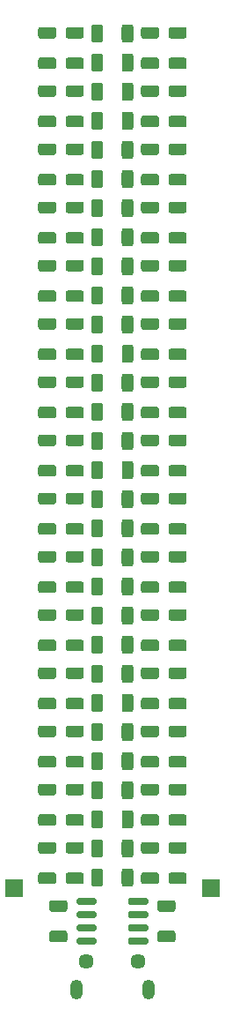
<source format=gbr>
%TF.GenerationSoftware,KiCad,Pcbnew,5.1.9*%
%TF.CreationDate,2021-04-30T20:41:33+02:00*%
%TF.ProjectId,AnalogThermometer,416e616c-6f67-4546-9865-726d6f6d6574,rev?*%
%TF.SameCoordinates,Original*%
%TF.FileFunction,Soldermask,Top*%
%TF.FilePolarity,Negative*%
%FSLAX46Y46*%
G04 Gerber Fmt 4.6, Leading zero omitted, Abs format (unit mm)*
G04 Created by KiCad (PCBNEW 5.1.9) date 2021-04-30 20:41:33*
%MOMM*%
%LPD*%
G01*
G04 APERTURE LIST*
%ADD10C,1.450000*%
%ADD11O,1.200000X1.900000*%
%ADD12R,1.700000X1.700000*%
G04 APERTURE END LIST*
%TO.C,R54*%
G36*
G01*
X27949997Y-81160000D02*
X29200003Y-81160000D01*
G75*
G02*
X29450000Y-81409997I0J-249997D01*
G01*
X29450000Y-82035003D01*
G75*
G02*
X29200003Y-82285000I-249997J0D01*
G01*
X27949997Y-82285000D01*
G75*
G02*
X27700000Y-82035003I0J249997D01*
G01*
X27700000Y-81409997D01*
G75*
G02*
X27949997Y-81160000I249997J0D01*
G01*
G37*
G36*
G01*
X27949997Y-84085000D02*
X29200003Y-84085000D01*
G75*
G02*
X29450000Y-84334997I0J-249997D01*
G01*
X29450000Y-84960003D01*
G75*
G02*
X29200003Y-85210000I-249997J0D01*
G01*
X27949997Y-85210000D01*
G75*
G02*
X27700000Y-84960003I0J249997D01*
G01*
X27700000Y-84334997D01*
G75*
G02*
X27949997Y-84085000I249997J0D01*
G01*
G37*
%TD*%
%TO.C,D1*%
G36*
G01*
X34217500Y-25282997D02*
X34217500Y-26533003D01*
G75*
G02*
X33967503Y-26783000I-249997J0D01*
G01*
X33342497Y-26783000D01*
G75*
G02*
X33092500Y-26533003I0J249997D01*
G01*
X33092500Y-25282997D01*
G75*
G02*
X33342497Y-25033000I249997J0D01*
G01*
X33967503Y-25033000D01*
G75*
G02*
X34217500Y-25282997I0J-249997D01*
G01*
G37*
G36*
G01*
X31292500Y-25282997D02*
X31292500Y-26533003D01*
G75*
G02*
X31042503Y-26783000I-249997J0D01*
G01*
X30417497Y-26783000D01*
G75*
G02*
X30167500Y-26533003I0J249997D01*
G01*
X30167500Y-25282997D01*
G75*
G02*
X30417497Y-25033000I249997J0D01*
G01*
X31042503Y-25033000D01*
G75*
G02*
X31292500Y-25282997I0J-249997D01*
G01*
G37*
%TD*%
%TO.C,D2*%
G36*
G01*
X33094500Y-29327003D02*
X33094500Y-28076997D01*
G75*
G02*
X33344497Y-27827000I249997J0D01*
G01*
X33969503Y-27827000D01*
G75*
G02*
X34219500Y-28076997I0J-249997D01*
G01*
X34219500Y-29327003D01*
G75*
G02*
X33969503Y-29577000I-249997J0D01*
G01*
X33344497Y-29577000D01*
G75*
G02*
X33094500Y-29327003I0J249997D01*
G01*
G37*
G36*
G01*
X30169500Y-29327003D02*
X30169500Y-28076997D01*
G75*
G02*
X30419497Y-27827000I249997J0D01*
G01*
X31044503Y-27827000D01*
G75*
G02*
X31294500Y-28076997I0J-249997D01*
G01*
X31294500Y-29327003D01*
G75*
G02*
X31044503Y-29577000I-249997J0D01*
G01*
X30419497Y-29577000D01*
G75*
G02*
X30169500Y-29327003I0J249997D01*
G01*
G37*
%TD*%
%TO.C,D3*%
G36*
G01*
X30169500Y-32121003D02*
X30169500Y-30870997D01*
G75*
G02*
X30419497Y-30621000I249997J0D01*
G01*
X31044503Y-30621000D01*
G75*
G02*
X31294500Y-30870997I0J-249997D01*
G01*
X31294500Y-32121003D01*
G75*
G02*
X31044503Y-32371000I-249997J0D01*
G01*
X30419497Y-32371000D01*
G75*
G02*
X30169500Y-32121003I0J249997D01*
G01*
G37*
G36*
G01*
X33094500Y-32121003D02*
X33094500Y-30870997D01*
G75*
G02*
X33344497Y-30621000I249997J0D01*
G01*
X33969503Y-30621000D01*
G75*
G02*
X34219500Y-30870997I0J-249997D01*
G01*
X34219500Y-32121003D01*
G75*
G02*
X33969503Y-32371000I-249997J0D01*
G01*
X33344497Y-32371000D01*
G75*
G02*
X33094500Y-32121003I0J249997D01*
G01*
G37*
%TD*%
%TO.C,D4*%
G36*
G01*
X31294500Y-33664997D02*
X31294500Y-34915003D01*
G75*
G02*
X31044503Y-35165000I-249997J0D01*
G01*
X30419497Y-35165000D01*
G75*
G02*
X30169500Y-34915003I0J249997D01*
G01*
X30169500Y-33664997D01*
G75*
G02*
X30419497Y-33415000I249997J0D01*
G01*
X31044503Y-33415000D01*
G75*
G02*
X31294500Y-33664997I0J-249997D01*
G01*
G37*
G36*
G01*
X34219500Y-33664997D02*
X34219500Y-34915003D01*
G75*
G02*
X33969503Y-35165000I-249997J0D01*
G01*
X33344497Y-35165000D01*
G75*
G02*
X33094500Y-34915003I0J249997D01*
G01*
X33094500Y-33664997D01*
G75*
G02*
X33344497Y-33415000I249997J0D01*
G01*
X33969503Y-33415000D01*
G75*
G02*
X34219500Y-33664997I0J-249997D01*
G01*
G37*
%TD*%
%TO.C,D5*%
G36*
G01*
X31292500Y-36458997D02*
X31292500Y-37709003D01*
G75*
G02*
X31042503Y-37959000I-249997J0D01*
G01*
X30417497Y-37959000D01*
G75*
G02*
X30167500Y-37709003I0J249997D01*
G01*
X30167500Y-36458997D01*
G75*
G02*
X30417497Y-36209000I249997J0D01*
G01*
X31042503Y-36209000D01*
G75*
G02*
X31292500Y-36458997I0J-249997D01*
G01*
G37*
G36*
G01*
X34217500Y-36458997D02*
X34217500Y-37709003D01*
G75*
G02*
X33967503Y-37959000I-249997J0D01*
G01*
X33342497Y-37959000D01*
G75*
G02*
X33092500Y-37709003I0J249997D01*
G01*
X33092500Y-36458997D01*
G75*
G02*
X33342497Y-36209000I249997J0D01*
G01*
X33967503Y-36209000D01*
G75*
G02*
X34217500Y-36458997I0J-249997D01*
G01*
G37*
%TD*%
%TO.C,D6*%
G36*
G01*
X30167500Y-40503003D02*
X30167500Y-39252997D01*
G75*
G02*
X30417497Y-39003000I249997J0D01*
G01*
X31042503Y-39003000D01*
G75*
G02*
X31292500Y-39252997I0J-249997D01*
G01*
X31292500Y-40503003D01*
G75*
G02*
X31042503Y-40753000I-249997J0D01*
G01*
X30417497Y-40753000D01*
G75*
G02*
X30167500Y-40503003I0J249997D01*
G01*
G37*
G36*
G01*
X33092500Y-40503003D02*
X33092500Y-39252997D01*
G75*
G02*
X33342497Y-39003000I249997J0D01*
G01*
X33967503Y-39003000D01*
G75*
G02*
X34217500Y-39252997I0J-249997D01*
G01*
X34217500Y-40503003D01*
G75*
G02*
X33967503Y-40753000I-249997J0D01*
G01*
X33342497Y-40753000D01*
G75*
G02*
X33092500Y-40503003I0J249997D01*
G01*
G37*
%TD*%
%TO.C,D7*%
G36*
G01*
X33092500Y-43297003D02*
X33092500Y-42046997D01*
G75*
G02*
X33342497Y-41797000I249997J0D01*
G01*
X33967503Y-41797000D01*
G75*
G02*
X34217500Y-42046997I0J-249997D01*
G01*
X34217500Y-43297003D01*
G75*
G02*
X33967503Y-43547000I-249997J0D01*
G01*
X33342497Y-43547000D01*
G75*
G02*
X33092500Y-43297003I0J249997D01*
G01*
G37*
G36*
G01*
X30167500Y-43297003D02*
X30167500Y-42046997D01*
G75*
G02*
X30417497Y-41797000I249997J0D01*
G01*
X31042503Y-41797000D01*
G75*
G02*
X31292500Y-42046997I0J-249997D01*
G01*
X31292500Y-43297003D01*
G75*
G02*
X31042503Y-43547000I-249997J0D01*
G01*
X30417497Y-43547000D01*
G75*
G02*
X30167500Y-43297003I0J249997D01*
G01*
G37*
%TD*%
%TO.C,D8*%
G36*
G01*
X34217500Y-44840997D02*
X34217500Y-46091003D01*
G75*
G02*
X33967503Y-46341000I-249997J0D01*
G01*
X33342497Y-46341000D01*
G75*
G02*
X33092500Y-46091003I0J249997D01*
G01*
X33092500Y-44840997D01*
G75*
G02*
X33342497Y-44591000I249997J0D01*
G01*
X33967503Y-44591000D01*
G75*
G02*
X34217500Y-44840997I0J-249997D01*
G01*
G37*
G36*
G01*
X31292500Y-44840997D02*
X31292500Y-46091003D01*
G75*
G02*
X31042503Y-46341000I-249997J0D01*
G01*
X30417497Y-46341000D01*
G75*
G02*
X30167500Y-46091003I0J249997D01*
G01*
X30167500Y-44840997D01*
G75*
G02*
X30417497Y-44591000I249997J0D01*
G01*
X31042503Y-44591000D01*
G75*
G02*
X31292500Y-44840997I0J-249997D01*
G01*
G37*
%TD*%
%TO.C,D9*%
G36*
G01*
X34217500Y-47634997D02*
X34217500Y-48885003D01*
G75*
G02*
X33967503Y-49135000I-249997J0D01*
G01*
X33342497Y-49135000D01*
G75*
G02*
X33092500Y-48885003I0J249997D01*
G01*
X33092500Y-47634997D01*
G75*
G02*
X33342497Y-47385000I249997J0D01*
G01*
X33967503Y-47385000D01*
G75*
G02*
X34217500Y-47634997I0J-249997D01*
G01*
G37*
G36*
G01*
X31292500Y-47634997D02*
X31292500Y-48885003D01*
G75*
G02*
X31042503Y-49135000I-249997J0D01*
G01*
X30417497Y-49135000D01*
G75*
G02*
X30167500Y-48885003I0J249997D01*
G01*
X30167500Y-47634997D01*
G75*
G02*
X30417497Y-47385000I249997J0D01*
G01*
X31042503Y-47385000D01*
G75*
G02*
X31292500Y-47634997I0J-249997D01*
G01*
G37*
%TD*%
%TO.C,D10*%
G36*
G01*
X33092500Y-51679003D02*
X33092500Y-50428997D01*
G75*
G02*
X33342497Y-50179000I249997J0D01*
G01*
X33967503Y-50179000D01*
G75*
G02*
X34217500Y-50428997I0J-249997D01*
G01*
X34217500Y-51679003D01*
G75*
G02*
X33967503Y-51929000I-249997J0D01*
G01*
X33342497Y-51929000D01*
G75*
G02*
X33092500Y-51679003I0J249997D01*
G01*
G37*
G36*
G01*
X30167500Y-51679003D02*
X30167500Y-50428997D01*
G75*
G02*
X30417497Y-50179000I249997J0D01*
G01*
X31042503Y-50179000D01*
G75*
G02*
X31292500Y-50428997I0J-249997D01*
G01*
X31292500Y-51679003D01*
G75*
G02*
X31042503Y-51929000I-249997J0D01*
G01*
X30417497Y-51929000D01*
G75*
G02*
X30167500Y-51679003I0J249997D01*
G01*
G37*
%TD*%
%TO.C,D11*%
G36*
G01*
X30167500Y-54473003D02*
X30167500Y-53222997D01*
G75*
G02*
X30417497Y-52973000I249997J0D01*
G01*
X31042503Y-52973000D01*
G75*
G02*
X31292500Y-53222997I0J-249997D01*
G01*
X31292500Y-54473003D01*
G75*
G02*
X31042503Y-54723000I-249997J0D01*
G01*
X30417497Y-54723000D01*
G75*
G02*
X30167500Y-54473003I0J249997D01*
G01*
G37*
G36*
G01*
X33092500Y-54473003D02*
X33092500Y-53222997D01*
G75*
G02*
X33342497Y-52973000I249997J0D01*
G01*
X33967503Y-52973000D01*
G75*
G02*
X34217500Y-53222997I0J-249997D01*
G01*
X34217500Y-54473003D01*
G75*
G02*
X33967503Y-54723000I-249997J0D01*
G01*
X33342497Y-54723000D01*
G75*
G02*
X33092500Y-54473003I0J249997D01*
G01*
G37*
%TD*%
%TO.C,D12*%
G36*
G01*
X31296500Y-56016997D02*
X31296500Y-57267003D01*
G75*
G02*
X31046503Y-57517000I-249997J0D01*
G01*
X30421497Y-57517000D01*
G75*
G02*
X30171500Y-57267003I0J249997D01*
G01*
X30171500Y-56016997D01*
G75*
G02*
X30421497Y-55767000I249997J0D01*
G01*
X31046503Y-55767000D01*
G75*
G02*
X31296500Y-56016997I0J-249997D01*
G01*
G37*
G36*
G01*
X34221500Y-56016997D02*
X34221500Y-57267003D01*
G75*
G02*
X33971503Y-57517000I-249997J0D01*
G01*
X33346497Y-57517000D01*
G75*
G02*
X33096500Y-57267003I0J249997D01*
G01*
X33096500Y-56016997D01*
G75*
G02*
X33346497Y-55767000I249997J0D01*
G01*
X33971503Y-55767000D01*
G75*
G02*
X34221500Y-56016997I0J-249997D01*
G01*
G37*
%TD*%
%TO.C,D13*%
G36*
G01*
X31292500Y-58810997D02*
X31292500Y-60061003D01*
G75*
G02*
X31042503Y-60311000I-249997J0D01*
G01*
X30417497Y-60311000D01*
G75*
G02*
X30167500Y-60061003I0J249997D01*
G01*
X30167500Y-58810997D01*
G75*
G02*
X30417497Y-58561000I249997J0D01*
G01*
X31042503Y-58561000D01*
G75*
G02*
X31292500Y-58810997I0J-249997D01*
G01*
G37*
G36*
G01*
X34217500Y-58810997D02*
X34217500Y-60061003D01*
G75*
G02*
X33967503Y-60311000I-249997J0D01*
G01*
X33342497Y-60311000D01*
G75*
G02*
X33092500Y-60061003I0J249997D01*
G01*
X33092500Y-58810997D01*
G75*
G02*
X33342497Y-58561000I249997J0D01*
G01*
X33967503Y-58561000D01*
G75*
G02*
X34217500Y-58810997I0J-249997D01*
G01*
G37*
%TD*%
%TO.C,D14*%
G36*
G01*
X33092500Y-62855003D02*
X33092500Y-61604997D01*
G75*
G02*
X33342497Y-61355000I249997J0D01*
G01*
X33967503Y-61355000D01*
G75*
G02*
X34217500Y-61604997I0J-249997D01*
G01*
X34217500Y-62855003D01*
G75*
G02*
X33967503Y-63105000I-249997J0D01*
G01*
X33342497Y-63105000D01*
G75*
G02*
X33092500Y-62855003I0J249997D01*
G01*
G37*
G36*
G01*
X30167500Y-62855003D02*
X30167500Y-61604997D01*
G75*
G02*
X30417497Y-61355000I249997J0D01*
G01*
X31042503Y-61355000D01*
G75*
G02*
X31292500Y-61604997I0J-249997D01*
G01*
X31292500Y-62855003D01*
G75*
G02*
X31042503Y-63105000I-249997J0D01*
G01*
X30417497Y-63105000D01*
G75*
G02*
X30167500Y-62855003I0J249997D01*
G01*
G37*
%TD*%
%TO.C,D15*%
G36*
G01*
X30167500Y-65649003D02*
X30167500Y-64398997D01*
G75*
G02*
X30417497Y-64149000I249997J0D01*
G01*
X31042503Y-64149000D01*
G75*
G02*
X31292500Y-64398997I0J-249997D01*
G01*
X31292500Y-65649003D01*
G75*
G02*
X31042503Y-65899000I-249997J0D01*
G01*
X30417497Y-65899000D01*
G75*
G02*
X30167500Y-65649003I0J249997D01*
G01*
G37*
G36*
G01*
X33092500Y-65649003D02*
X33092500Y-64398997D01*
G75*
G02*
X33342497Y-64149000I249997J0D01*
G01*
X33967503Y-64149000D01*
G75*
G02*
X34217500Y-64398997I0J-249997D01*
G01*
X34217500Y-65649003D01*
G75*
G02*
X33967503Y-65899000I-249997J0D01*
G01*
X33342497Y-65899000D01*
G75*
G02*
X33092500Y-65649003I0J249997D01*
G01*
G37*
%TD*%
%TO.C,D16*%
G36*
G01*
X31294500Y-67192997D02*
X31294500Y-68443003D01*
G75*
G02*
X31044503Y-68693000I-249997J0D01*
G01*
X30419497Y-68693000D01*
G75*
G02*
X30169500Y-68443003I0J249997D01*
G01*
X30169500Y-67192997D01*
G75*
G02*
X30419497Y-66943000I249997J0D01*
G01*
X31044503Y-66943000D01*
G75*
G02*
X31294500Y-67192997I0J-249997D01*
G01*
G37*
G36*
G01*
X34219500Y-67192997D02*
X34219500Y-68443003D01*
G75*
G02*
X33969503Y-68693000I-249997J0D01*
G01*
X33344497Y-68693000D01*
G75*
G02*
X33094500Y-68443003I0J249997D01*
G01*
X33094500Y-67192997D01*
G75*
G02*
X33344497Y-66943000I249997J0D01*
G01*
X33969503Y-66943000D01*
G75*
G02*
X34219500Y-67192997I0J-249997D01*
G01*
G37*
%TD*%
%TO.C,D17*%
G36*
G01*
X34217500Y-69986997D02*
X34217500Y-71237003D01*
G75*
G02*
X33967503Y-71487000I-249997J0D01*
G01*
X33342497Y-71487000D01*
G75*
G02*
X33092500Y-71237003I0J249997D01*
G01*
X33092500Y-69986997D01*
G75*
G02*
X33342497Y-69737000I249997J0D01*
G01*
X33967503Y-69737000D01*
G75*
G02*
X34217500Y-69986997I0J-249997D01*
G01*
G37*
G36*
G01*
X31292500Y-69986997D02*
X31292500Y-71237003D01*
G75*
G02*
X31042503Y-71487000I-249997J0D01*
G01*
X30417497Y-71487000D01*
G75*
G02*
X30167500Y-71237003I0J249997D01*
G01*
X30167500Y-69986997D01*
G75*
G02*
X30417497Y-69737000I249997J0D01*
G01*
X31042503Y-69737000D01*
G75*
G02*
X31292500Y-69986997I0J-249997D01*
G01*
G37*
%TD*%
%TO.C,D18*%
G36*
G01*
X30167500Y-74031003D02*
X30167500Y-72780997D01*
G75*
G02*
X30417497Y-72531000I249997J0D01*
G01*
X31042503Y-72531000D01*
G75*
G02*
X31292500Y-72780997I0J-249997D01*
G01*
X31292500Y-74031003D01*
G75*
G02*
X31042503Y-74281000I-249997J0D01*
G01*
X30417497Y-74281000D01*
G75*
G02*
X30167500Y-74031003I0J249997D01*
G01*
G37*
G36*
G01*
X33092500Y-74031003D02*
X33092500Y-72780997D01*
G75*
G02*
X33342497Y-72531000I249997J0D01*
G01*
X33967503Y-72531000D01*
G75*
G02*
X34217500Y-72780997I0J-249997D01*
G01*
X34217500Y-74031003D01*
G75*
G02*
X33967503Y-74281000I-249997J0D01*
G01*
X33342497Y-74281000D01*
G75*
G02*
X33092500Y-74031003I0J249997D01*
G01*
G37*
%TD*%
%TO.C,D19*%
G36*
G01*
X33092500Y-76825003D02*
X33092500Y-75574997D01*
G75*
G02*
X33342497Y-75325000I249997J0D01*
G01*
X33967503Y-75325000D01*
G75*
G02*
X34217500Y-75574997I0J-249997D01*
G01*
X34217500Y-76825003D01*
G75*
G02*
X33967503Y-77075000I-249997J0D01*
G01*
X33342497Y-77075000D01*
G75*
G02*
X33092500Y-76825003I0J249997D01*
G01*
G37*
G36*
G01*
X30167500Y-76825003D02*
X30167500Y-75574997D01*
G75*
G02*
X30417497Y-75325000I249997J0D01*
G01*
X31042503Y-75325000D01*
G75*
G02*
X31292500Y-75574997I0J-249997D01*
G01*
X31292500Y-76825003D01*
G75*
G02*
X31042503Y-77075000I-249997J0D01*
G01*
X30417497Y-77075000D01*
G75*
G02*
X30167500Y-76825003I0J249997D01*
G01*
G37*
%TD*%
%TO.C,D20*%
G36*
G01*
X34217500Y-78368997D02*
X34217500Y-79619003D01*
G75*
G02*
X33967503Y-79869000I-249997J0D01*
G01*
X33342497Y-79869000D01*
G75*
G02*
X33092500Y-79619003I0J249997D01*
G01*
X33092500Y-78368997D01*
G75*
G02*
X33342497Y-78119000I249997J0D01*
G01*
X33967503Y-78119000D01*
G75*
G02*
X34217500Y-78368997I0J-249997D01*
G01*
G37*
G36*
G01*
X31292500Y-78368997D02*
X31292500Y-79619003D01*
G75*
G02*
X31042503Y-79869000I-249997J0D01*
G01*
X30417497Y-79869000D01*
G75*
G02*
X30167500Y-79619003I0J249997D01*
G01*
X30167500Y-78368997D01*
G75*
G02*
X30417497Y-78119000I249997J0D01*
G01*
X31042503Y-78119000D01*
G75*
G02*
X31292500Y-78368997I0J-249997D01*
G01*
G37*
%TD*%
%TO.C,D21*%
G36*
G01*
X34217500Y-81162997D02*
X34217500Y-82413003D01*
G75*
G02*
X33967503Y-82663000I-249997J0D01*
G01*
X33342497Y-82663000D01*
G75*
G02*
X33092500Y-82413003I0J249997D01*
G01*
X33092500Y-81162997D01*
G75*
G02*
X33342497Y-80913000I249997J0D01*
G01*
X33967503Y-80913000D01*
G75*
G02*
X34217500Y-81162997I0J-249997D01*
G01*
G37*
G36*
G01*
X31292500Y-81162997D02*
X31292500Y-82413003D01*
G75*
G02*
X31042503Y-82663000I-249997J0D01*
G01*
X30417497Y-82663000D01*
G75*
G02*
X30167500Y-82413003I0J249997D01*
G01*
X30167500Y-81162997D01*
G75*
G02*
X30417497Y-80913000I249997J0D01*
G01*
X31042503Y-80913000D01*
G75*
G02*
X31292500Y-81162997I0J-249997D01*
G01*
G37*
%TD*%
%TO.C,D22*%
G36*
G01*
X33092500Y-85207003D02*
X33092500Y-83956997D01*
G75*
G02*
X33342497Y-83707000I249997J0D01*
G01*
X33967503Y-83707000D01*
G75*
G02*
X34217500Y-83956997I0J-249997D01*
G01*
X34217500Y-85207003D01*
G75*
G02*
X33967503Y-85457000I-249997J0D01*
G01*
X33342497Y-85457000D01*
G75*
G02*
X33092500Y-85207003I0J249997D01*
G01*
G37*
G36*
G01*
X30167500Y-85207003D02*
X30167500Y-83956997D01*
G75*
G02*
X30417497Y-83707000I249997J0D01*
G01*
X31042503Y-83707000D01*
G75*
G02*
X31292500Y-83956997I0J-249997D01*
G01*
X31292500Y-85207003D01*
G75*
G02*
X31042503Y-85457000I-249997J0D01*
G01*
X30417497Y-85457000D01*
G75*
G02*
X30167500Y-85207003I0J249997D01*
G01*
G37*
%TD*%
%TO.C,D23*%
G36*
G01*
X33092500Y-88001003D02*
X33092500Y-86750997D01*
G75*
G02*
X33342497Y-86501000I249997J0D01*
G01*
X33967503Y-86501000D01*
G75*
G02*
X34217500Y-86750997I0J-249997D01*
G01*
X34217500Y-88001003D01*
G75*
G02*
X33967503Y-88251000I-249997J0D01*
G01*
X33342497Y-88251000D01*
G75*
G02*
X33092500Y-88001003I0J249997D01*
G01*
G37*
G36*
G01*
X30167500Y-88001003D02*
X30167500Y-86750997D01*
G75*
G02*
X30417497Y-86501000I249997J0D01*
G01*
X31042503Y-86501000D01*
G75*
G02*
X31292500Y-86750997I0J-249997D01*
G01*
X31292500Y-88001003D01*
G75*
G02*
X31042503Y-88251000I-249997J0D01*
G01*
X30417497Y-88251000D01*
G75*
G02*
X30167500Y-88001003I0J249997D01*
G01*
G37*
%TD*%
%TO.C,D24*%
G36*
G01*
X34219500Y-89544997D02*
X34219500Y-90795003D01*
G75*
G02*
X33969503Y-91045000I-249997J0D01*
G01*
X33344497Y-91045000D01*
G75*
G02*
X33094500Y-90795003I0J249997D01*
G01*
X33094500Y-89544997D01*
G75*
G02*
X33344497Y-89295000I249997J0D01*
G01*
X33969503Y-89295000D01*
G75*
G02*
X34219500Y-89544997I0J-249997D01*
G01*
G37*
G36*
G01*
X31294500Y-89544997D02*
X31294500Y-90795003D01*
G75*
G02*
X31044503Y-91045000I-249997J0D01*
G01*
X30419497Y-91045000D01*
G75*
G02*
X30169500Y-90795003I0J249997D01*
G01*
X30169500Y-89544997D01*
G75*
G02*
X30419497Y-89295000I249997J0D01*
G01*
X31044503Y-89295000D01*
G75*
G02*
X31294500Y-89544997I0J-249997D01*
G01*
G37*
%TD*%
%TO.C,D25*%
G36*
G01*
X34217500Y-92338997D02*
X34217500Y-93589003D01*
G75*
G02*
X33967503Y-93839000I-249997J0D01*
G01*
X33342497Y-93839000D01*
G75*
G02*
X33092500Y-93589003I0J249997D01*
G01*
X33092500Y-92338997D01*
G75*
G02*
X33342497Y-92089000I249997J0D01*
G01*
X33967503Y-92089000D01*
G75*
G02*
X34217500Y-92338997I0J-249997D01*
G01*
G37*
G36*
G01*
X31292500Y-92338997D02*
X31292500Y-93589003D01*
G75*
G02*
X31042503Y-93839000I-249997J0D01*
G01*
X30417497Y-93839000D01*
G75*
G02*
X30167500Y-93589003I0J249997D01*
G01*
X30167500Y-92338997D01*
G75*
G02*
X30417497Y-92089000I249997J0D01*
G01*
X31042503Y-92089000D01*
G75*
G02*
X31292500Y-92338997I0J-249997D01*
G01*
G37*
%TD*%
%TO.C,D26*%
G36*
G01*
X33092500Y-96383003D02*
X33092500Y-95132997D01*
G75*
G02*
X33342497Y-94883000I249997J0D01*
G01*
X33967503Y-94883000D01*
G75*
G02*
X34217500Y-95132997I0J-249997D01*
G01*
X34217500Y-96383003D01*
G75*
G02*
X33967503Y-96633000I-249997J0D01*
G01*
X33342497Y-96633000D01*
G75*
G02*
X33092500Y-96383003I0J249997D01*
G01*
G37*
G36*
G01*
X30167500Y-96383003D02*
X30167500Y-95132997D01*
G75*
G02*
X30417497Y-94883000I249997J0D01*
G01*
X31042503Y-94883000D01*
G75*
G02*
X31292500Y-95132997I0J-249997D01*
G01*
X31292500Y-96383003D01*
G75*
G02*
X31042503Y-96633000I-249997J0D01*
G01*
X30417497Y-96633000D01*
G75*
G02*
X30167500Y-96383003I0J249997D01*
G01*
G37*
%TD*%
%TO.C,D27*%
G36*
G01*
X30167500Y-99177003D02*
X30167500Y-97926997D01*
G75*
G02*
X30417497Y-97677000I249997J0D01*
G01*
X31042503Y-97677000D01*
G75*
G02*
X31292500Y-97926997I0J-249997D01*
G01*
X31292500Y-99177003D01*
G75*
G02*
X31042503Y-99427000I-249997J0D01*
G01*
X30417497Y-99427000D01*
G75*
G02*
X30167500Y-99177003I0J249997D01*
G01*
G37*
G36*
G01*
X33092500Y-99177003D02*
X33092500Y-97926997D01*
G75*
G02*
X33342497Y-97677000I249997J0D01*
G01*
X33967503Y-97677000D01*
G75*
G02*
X34217500Y-97926997I0J-249997D01*
G01*
X34217500Y-99177003D01*
G75*
G02*
X33967503Y-99427000I-249997J0D01*
G01*
X33342497Y-99427000D01*
G75*
G02*
X33092500Y-99177003I0J249997D01*
G01*
G37*
%TD*%
%TO.C,D28*%
G36*
G01*
X31294500Y-100720997D02*
X31294500Y-101971003D01*
G75*
G02*
X31044503Y-102221000I-249997J0D01*
G01*
X30419497Y-102221000D01*
G75*
G02*
X30169500Y-101971003I0J249997D01*
G01*
X30169500Y-100720997D01*
G75*
G02*
X30419497Y-100471000I249997J0D01*
G01*
X31044503Y-100471000D01*
G75*
G02*
X31294500Y-100720997I0J-249997D01*
G01*
G37*
G36*
G01*
X34219500Y-100720997D02*
X34219500Y-101971003D01*
G75*
G02*
X33969503Y-102221000I-249997J0D01*
G01*
X33344497Y-102221000D01*
G75*
G02*
X33094500Y-101971003I0J249997D01*
G01*
X33094500Y-100720997D01*
G75*
G02*
X33344497Y-100471000I249997J0D01*
G01*
X33969503Y-100471000D01*
G75*
G02*
X34219500Y-100720997I0J-249997D01*
G01*
G37*
%TD*%
%TO.C,D29*%
G36*
G01*
X34217500Y-103514997D02*
X34217500Y-104765003D01*
G75*
G02*
X33967503Y-105015000I-249997J0D01*
G01*
X33342497Y-105015000D01*
G75*
G02*
X33092500Y-104765003I0J249997D01*
G01*
X33092500Y-103514997D01*
G75*
G02*
X33342497Y-103265000I249997J0D01*
G01*
X33967503Y-103265000D01*
G75*
G02*
X34217500Y-103514997I0J-249997D01*
G01*
G37*
G36*
G01*
X31292500Y-103514997D02*
X31292500Y-104765003D01*
G75*
G02*
X31042503Y-105015000I-249997J0D01*
G01*
X30417497Y-105015000D01*
G75*
G02*
X30167500Y-104765003I0J249997D01*
G01*
X30167500Y-103514997D01*
G75*
G02*
X30417497Y-103265000I249997J0D01*
G01*
X31042503Y-103265000D01*
G75*
G02*
X31292500Y-103514997I0J-249997D01*
G01*
G37*
%TD*%
%TO.C,D30*%
G36*
G01*
X30167500Y-107559003D02*
X30167500Y-106308997D01*
G75*
G02*
X30417497Y-106059000I249997J0D01*
G01*
X31042503Y-106059000D01*
G75*
G02*
X31292500Y-106308997I0J-249997D01*
G01*
X31292500Y-107559003D01*
G75*
G02*
X31042503Y-107809000I-249997J0D01*
G01*
X30417497Y-107809000D01*
G75*
G02*
X30167500Y-107559003I0J249997D01*
G01*
G37*
G36*
G01*
X33092500Y-107559003D02*
X33092500Y-106308997D01*
G75*
G02*
X33342497Y-106059000I249997J0D01*
G01*
X33967503Y-106059000D01*
G75*
G02*
X34217500Y-106308997I0J-249997D01*
G01*
X34217500Y-107559003D01*
G75*
G02*
X33967503Y-107809000I-249997J0D01*
G01*
X33342497Y-107809000D01*
G75*
G02*
X33092500Y-107559003I0J249997D01*
G01*
G37*
%TD*%
%TO.C,R1*%
G36*
G01*
X27612503Y-113150000D02*
X26362497Y-113150000D01*
G75*
G02*
X26112500Y-112900003I0J249997D01*
G01*
X26112500Y-112274997D01*
G75*
G02*
X26362497Y-112025000I249997J0D01*
G01*
X27612503Y-112025000D01*
G75*
G02*
X27862500Y-112274997I0J-249997D01*
G01*
X27862500Y-112900003D01*
G75*
G02*
X27612503Y-113150000I-249997J0D01*
G01*
G37*
G36*
G01*
X27612503Y-110225000D02*
X26362497Y-110225000D01*
G75*
G02*
X26112500Y-109975003I0J249997D01*
G01*
X26112500Y-109349997D01*
G75*
G02*
X26362497Y-109100000I249997J0D01*
G01*
X27612503Y-109100000D01*
G75*
G02*
X27862500Y-109349997I0J-249997D01*
G01*
X27862500Y-109975003D01*
G75*
G02*
X27612503Y-110225000I-249997J0D01*
G01*
G37*
%TD*%
%TO.C,R3*%
G36*
G01*
X25282997Y-25282000D02*
X26533003Y-25282000D01*
G75*
G02*
X26783000Y-25531997I0J-249997D01*
G01*
X26783000Y-26157003D01*
G75*
G02*
X26533003Y-26407000I-249997J0D01*
G01*
X25282997Y-26407000D01*
G75*
G02*
X25033000Y-26157003I0J249997D01*
G01*
X25033000Y-25531997D01*
G75*
G02*
X25282997Y-25282000I249997J0D01*
G01*
G37*
G36*
G01*
X25282997Y-28207000D02*
X26533003Y-28207000D01*
G75*
G02*
X26783000Y-28456997I0J-249997D01*
G01*
X26783000Y-29082003D01*
G75*
G02*
X26533003Y-29332000I-249997J0D01*
G01*
X25282997Y-29332000D01*
G75*
G02*
X25033000Y-29082003I0J249997D01*
G01*
X25033000Y-28456997D01*
G75*
G02*
X25282997Y-28207000I249997J0D01*
G01*
G37*
%TD*%
%TO.C,R4*%
G36*
G01*
X37855997Y-25280000D02*
X39106003Y-25280000D01*
G75*
G02*
X39356000Y-25529997I0J-249997D01*
G01*
X39356000Y-26155003D01*
G75*
G02*
X39106003Y-26405000I-249997J0D01*
G01*
X37855997Y-26405000D01*
G75*
G02*
X37606000Y-26155003I0J249997D01*
G01*
X37606000Y-25529997D01*
G75*
G02*
X37855997Y-25280000I249997J0D01*
G01*
G37*
G36*
G01*
X37855997Y-28205000D02*
X39106003Y-28205000D01*
G75*
G02*
X39356000Y-28454997I0J-249997D01*
G01*
X39356000Y-29080003D01*
G75*
G02*
X39106003Y-29330000I-249997J0D01*
G01*
X37855997Y-29330000D01*
G75*
G02*
X37606000Y-29080003I0J249997D01*
G01*
X37606000Y-28454997D01*
G75*
G02*
X37855997Y-28205000I249997J0D01*
G01*
G37*
%TD*%
%TO.C,R5*%
G36*
G01*
X37855997Y-30866000D02*
X39106003Y-30866000D01*
G75*
G02*
X39356000Y-31115997I0J-249997D01*
G01*
X39356000Y-31741003D01*
G75*
G02*
X39106003Y-31991000I-249997J0D01*
G01*
X37855997Y-31991000D01*
G75*
G02*
X37606000Y-31741003I0J249997D01*
G01*
X37606000Y-31115997D01*
G75*
G02*
X37855997Y-30866000I249997J0D01*
G01*
G37*
G36*
G01*
X37855997Y-33791000D02*
X39106003Y-33791000D01*
G75*
G02*
X39356000Y-34040997I0J-249997D01*
G01*
X39356000Y-34666003D01*
G75*
G02*
X39106003Y-34916000I-249997J0D01*
G01*
X37855997Y-34916000D01*
G75*
G02*
X37606000Y-34666003I0J249997D01*
G01*
X37606000Y-34040997D01*
G75*
G02*
X37855997Y-33791000I249997J0D01*
G01*
G37*
%TD*%
%TO.C,R6*%
G36*
G01*
X25282997Y-33793000D02*
X26533003Y-33793000D01*
G75*
G02*
X26783000Y-34042997I0J-249997D01*
G01*
X26783000Y-34668003D01*
G75*
G02*
X26533003Y-34918000I-249997J0D01*
G01*
X25282997Y-34918000D01*
G75*
G02*
X25033000Y-34668003I0J249997D01*
G01*
X25033000Y-34042997D01*
G75*
G02*
X25282997Y-33793000I249997J0D01*
G01*
G37*
G36*
G01*
X25282997Y-30868000D02*
X26533003Y-30868000D01*
G75*
G02*
X26783000Y-31117997I0J-249997D01*
G01*
X26783000Y-31743003D01*
G75*
G02*
X26533003Y-31993000I-249997J0D01*
G01*
X25282997Y-31993000D01*
G75*
G02*
X25033000Y-31743003I0J249997D01*
G01*
X25033000Y-31117997D01*
G75*
G02*
X25282997Y-30868000I249997J0D01*
G01*
G37*
%TD*%
%TO.C,R7*%
G36*
G01*
X25282997Y-36456000D02*
X26533003Y-36456000D01*
G75*
G02*
X26783000Y-36705997I0J-249997D01*
G01*
X26783000Y-37331003D01*
G75*
G02*
X26533003Y-37581000I-249997J0D01*
G01*
X25282997Y-37581000D01*
G75*
G02*
X25033000Y-37331003I0J249997D01*
G01*
X25033000Y-36705997D01*
G75*
G02*
X25282997Y-36456000I249997J0D01*
G01*
G37*
G36*
G01*
X25282997Y-39381000D02*
X26533003Y-39381000D01*
G75*
G02*
X26783000Y-39630997I0J-249997D01*
G01*
X26783000Y-40256003D01*
G75*
G02*
X26533003Y-40506000I-249997J0D01*
G01*
X25282997Y-40506000D01*
G75*
G02*
X25033000Y-40256003I0J249997D01*
G01*
X25033000Y-39630997D01*
G75*
G02*
X25282997Y-39381000I249997J0D01*
G01*
G37*
%TD*%
%TO.C,R8*%
G36*
G01*
X37855997Y-36456000D02*
X39106003Y-36456000D01*
G75*
G02*
X39356000Y-36705997I0J-249997D01*
G01*
X39356000Y-37331003D01*
G75*
G02*
X39106003Y-37581000I-249997J0D01*
G01*
X37855997Y-37581000D01*
G75*
G02*
X37606000Y-37331003I0J249997D01*
G01*
X37606000Y-36705997D01*
G75*
G02*
X37855997Y-36456000I249997J0D01*
G01*
G37*
G36*
G01*
X37855997Y-39381000D02*
X39106003Y-39381000D01*
G75*
G02*
X39356000Y-39630997I0J-249997D01*
G01*
X39356000Y-40256003D01*
G75*
G02*
X39106003Y-40506000I-249997J0D01*
G01*
X37855997Y-40506000D01*
G75*
G02*
X37606000Y-40256003I0J249997D01*
G01*
X37606000Y-39630997D01*
G75*
G02*
X37855997Y-39381000I249997J0D01*
G01*
G37*
%TD*%
%TO.C,R9*%
G36*
G01*
X37855997Y-42042000D02*
X39106003Y-42042000D01*
G75*
G02*
X39356000Y-42291997I0J-249997D01*
G01*
X39356000Y-42917003D01*
G75*
G02*
X39106003Y-43167000I-249997J0D01*
G01*
X37855997Y-43167000D01*
G75*
G02*
X37606000Y-42917003I0J249997D01*
G01*
X37606000Y-42291997D01*
G75*
G02*
X37855997Y-42042000I249997J0D01*
G01*
G37*
G36*
G01*
X37855997Y-44967000D02*
X39106003Y-44967000D01*
G75*
G02*
X39356000Y-45216997I0J-249997D01*
G01*
X39356000Y-45842003D01*
G75*
G02*
X39106003Y-46092000I-249997J0D01*
G01*
X37855997Y-46092000D01*
G75*
G02*
X37606000Y-45842003I0J249997D01*
G01*
X37606000Y-45216997D01*
G75*
G02*
X37855997Y-44967000I249997J0D01*
G01*
G37*
%TD*%
%TO.C,R10*%
G36*
G01*
X25282997Y-42044000D02*
X26533003Y-42044000D01*
G75*
G02*
X26783000Y-42293997I0J-249997D01*
G01*
X26783000Y-42919003D01*
G75*
G02*
X26533003Y-43169000I-249997J0D01*
G01*
X25282997Y-43169000D01*
G75*
G02*
X25033000Y-42919003I0J249997D01*
G01*
X25033000Y-42293997D01*
G75*
G02*
X25282997Y-42044000I249997J0D01*
G01*
G37*
G36*
G01*
X25282997Y-44969000D02*
X26533003Y-44969000D01*
G75*
G02*
X26783000Y-45218997I0J-249997D01*
G01*
X26783000Y-45844003D01*
G75*
G02*
X26533003Y-46094000I-249997J0D01*
G01*
X25282997Y-46094000D01*
G75*
G02*
X25033000Y-45844003I0J249997D01*
G01*
X25033000Y-45218997D01*
G75*
G02*
X25282997Y-44969000I249997J0D01*
G01*
G37*
%TD*%
%TO.C,R11*%
G36*
G01*
X25282997Y-47632000D02*
X26533003Y-47632000D01*
G75*
G02*
X26783000Y-47881997I0J-249997D01*
G01*
X26783000Y-48507003D01*
G75*
G02*
X26533003Y-48757000I-249997J0D01*
G01*
X25282997Y-48757000D01*
G75*
G02*
X25033000Y-48507003I0J249997D01*
G01*
X25033000Y-47881997D01*
G75*
G02*
X25282997Y-47632000I249997J0D01*
G01*
G37*
G36*
G01*
X25282997Y-50557000D02*
X26533003Y-50557000D01*
G75*
G02*
X26783000Y-50806997I0J-249997D01*
G01*
X26783000Y-51432003D01*
G75*
G02*
X26533003Y-51682000I-249997J0D01*
G01*
X25282997Y-51682000D01*
G75*
G02*
X25033000Y-51432003I0J249997D01*
G01*
X25033000Y-50806997D01*
G75*
G02*
X25282997Y-50557000I249997J0D01*
G01*
G37*
%TD*%
%TO.C,R12*%
G36*
G01*
X37855997Y-50557000D02*
X39106003Y-50557000D01*
G75*
G02*
X39356000Y-50806997I0J-249997D01*
G01*
X39356000Y-51432003D01*
G75*
G02*
X39106003Y-51682000I-249997J0D01*
G01*
X37855997Y-51682000D01*
G75*
G02*
X37606000Y-51432003I0J249997D01*
G01*
X37606000Y-50806997D01*
G75*
G02*
X37855997Y-50557000I249997J0D01*
G01*
G37*
G36*
G01*
X37855997Y-47632000D02*
X39106003Y-47632000D01*
G75*
G02*
X39356000Y-47881997I0J-249997D01*
G01*
X39356000Y-48507003D01*
G75*
G02*
X39106003Y-48757000I-249997J0D01*
G01*
X37855997Y-48757000D01*
G75*
G02*
X37606000Y-48507003I0J249997D01*
G01*
X37606000Y-47881997D01*
G75*
G02*
X37855997Y-47632000I249997J0D01*
G01*
G37*
%TD*%
%TO.C,R13*%
G36*
G01*
X27949997Y-28203000D02*
X29200003Y-28203000D01*
G75*
G02*
X29450000Y-28452997I0J-249997D01*
G01*
X29450000Y-29078003D01*
G75*
G02*
X29200003Y-29328000I-249997J0D01*
G01*
X27949997Y-29328000D01*
G75*
G02*
X27700000Y-29078003I0J249997D01*
G01*
X27700000Y-28452997D01*
G75*
G02*
X27949997Y-28203000I249997J0D01*
G01*
G37*
G36*
G01*
X27949997Y-25278000D02*
X29200003Y-25278000D01*
G75*
G02*
X29450000Y-25527997I0J-249997D01*
G01*
X29450000Y-26153003D01*
G75*
G02*
X29200003Y-26403000I-249997J0D01*
G01*
X27949997Y-26403000D01*
G75*
G02*
X27700000Y-26153003I0J249997D01*
G01*
X27700000Y-25527997D01*
G75*
G02*
X27949997Y-25278000I249997J0D01*
G01*
G37*
%TD*%
%TO.C,R14*%
G36*
G01*
X36439003Y-29330000D02*
X35188997Y-29330000D01*
G75*
G02*
X34939000Y-29080003I0J249997D01*
G01*
X34939000Y-28454997D01*
G75*
G02*
X35188997Y-28205000I249997J0D01*
G01*
X36439003Y-28205000D01*
G75*
G02*
X36689000Y-28454997I0J-249997D01*
G01*
X36689000Y-29080003D01*
G75*
G02*
X36439003Y-29330000I-249997J0D01*
G01*
G37*
G36*
G01*
X36439003Y-26405000D02*
X35188997Y-26405000D01*
G75*
G02*
X34939000Y-26155003I0J249997D01*
G01*
X34939000Y-25529997D01*
G75*
G02*
X35188997Y-25280000I249997J0D01*
G01*
X36439003Y-25280000D01*
G75*
G02*
X36689000Y-25529997I0J-249997D01*
G01*
X36689000Y-26155003D01*
G75*
G02*
X36439003Y-26405000I-249997J0D01*
G01*
G37*
%TD*%
%TO.C,R15*%
G36*
G01*
X35188997Y-33791000D02*
X36439003Y-33791000D01*
G75*
G02*
X36689000Y-34040997I0J-249997D01*
G01*
X36689000Y-34666003D01*
G75*
G02*
X36439003Y-34916000I-249997J0D01*
G01*
X35188997Y-34916000D01*
G75*
G02*
X34939000Y-34666003I0J249997D01*
G01*
X34939000Y-34040997D01*
G75*
G02*
X35188997Y-33791000I249997J0D01*
G01*
G37*
G36*
G01*
X35188997Y-30866000D02*
X36439003Y-30866000D01*
G75*
G02*
X36689000Y-31115997I0J-249997D01*
G01*
X36689000Y-31741003D01*
G75*
G02*
X36439003Y-31991000I-249997J0D01*
G01*
X35188997Y-31991000D01*
G75*
G02*
X34939000Y-31741003I0J249997D01*
G01*
X34939000Y-31115997D01*
G75*
G02*
X35188997Y-30866000I249997J0D01*
G01*
G37*
%TD*%
%TO.C,R16*%
G36*
G01*
X29200003Y-34918000D02*
X27949997Y-34918000D01*
G75*
G02*
X27700000Y-34668003I0J249997D01*
G01*
X27700000Y-34042997D01*
G75*
G02*
X27949997Y-33793000I249997J0D01*
G01*
X29200003Y-33793000D01*
G75*
G02*
X29450000Y-34042997I0J-249997D01*
G01*
X29450000Y-34668003D01*
G75*
G02*
X29200003Y-34918000I-249997J0D01*
G01*
G37*
G36*
G01*
X29200003Y-31993000D02*
X27949997Y-31993000D01*
G75*
G02*
X27700000Y-31743003I0J249997D01*
G01*
X27700000Y-31117997D01*
G75*
G02*
X27949997Y-30868000I249997J0D01*
G01*
X29200003Y-30868000D01*
G75*
G02*
X29450000Y-31117997I0J-249997D01*
G01*
X29450000Y-31743003D01*
G75*
G02*
X29200003Y-31993000I-249997J0D01*
G01*
G37*
%TD*%
%TO.C,R17*%
G36*
G01*
X27949997Y-36456000D02*
X29200003Y-36456000D01*
G75*
G02*
X29450000Y-36705997I0J-249997D01*
G01*
X29450000Y-37331003D01*
G75*
G02*
X29200003Y-37581000I-249997J0D01*
G01*
X27949997Y-37581000D01*
G75*
G02*
X27700000Y-37331003I0J249997D01*
G01*
X27700000Y-36705997D01*
G75*
G02*
X27949997Y-36456000I249997J0D01*
G01*
G37*
G36*
G01*
X27949997Y-39381000D02*
X29200003Y-39381000D01*
G75*
G02*
X29450000Y-39630997I0J-249997D01*
G01*
X29450000Y-40256003D01*
G75*
G02*
X29200003Y-40506000I-249997J0D01*
G01*
X27949997Y-40506000D01*
G75*
G02*
X27700000Y-40256003I0J249997D01*
G01*
X27700000Y-39630997D01*
G75*
G02*
X27949997Y-39381000I249997J0D01*
G01*
G37*
%TD*%
%TO.C,R18*%
G36*
G01*
X36439003Y-40506000D02*
X35188997Y-40506000D01*
G75*
G02*
X34939000Y-40256003I0J249997D01*
G01*
X34939000Y-39630997D01*
G75*
G02*
X35188997Y-39381000I249997J0D01*
G01*
X36439003Y-39381000D01*
G75*
G02*
X36689000Y-39630997I0J-249997D01*
G01*
X36689000Y-40256003D01*
G75*
G02*
X36439003Y-40506000I-249997J0D01*
G01*
G37*
G36*
G01*
X36439003Y-37581000D02*
X35188997Y-37581000D01*
G75*
G02*
X34939000Y-37331003I0J249997D01*
G01*
X34939000Y-36705997D01*
G75*
G02*
X35188997Y-36456000I249997J0D01*
G01*
X36439003Y-36456000D01*
G75*
G02*
X36689000Y-36705997I0J-249997D01*
G01*
X36689000Y-37331003D01*
G75*
G02*
X36439003Y-37581000I-249997J0D01*
G01*
G37*
%TD*%
%TO.C,R19*%
G36*
G01*
X35188997Y-42042000D02*
X36439003Y-42042000D01*
G75*
G02*
X36689000Y-42291997I0J-249997D01*
G01*
X36689000Y-42917003D01*
G75*
G02*
X36439003Y-43167000I-249997J0D01*
G01*
X35188997Y-43167000D01*
G75*
G02*
X34939000Y-42917003I0J249997D01*
G01*
X34939000Y-42291997D01*
G75*
G02*
X35188997Y-42042000I249997J0D01*
G01*
G37*
G36*
G01*
X35188997Y-44967000D02*
X36439003Y-44967000D01*
G75*
G02*
X36689000Y-45216997I0J-249997D01*
G01*
X36689000Y-45842003D01*
G75*
G02*
X36439003Y-46092000I-249997J0D01*
G01*
X35188997Y-46092000D01*
G75*
G02*
X34939000Y-45842003I0J249997D01*
G01*
X34939000Y-45216997D01*
G75*
G02*
X35188997Y-44967000I249997J0D01*
G01*
G37*
%TD*%
%TO.C,R20*%
G36*
G01*
X29200003Y-43169000D02*
X27949997Y-43169000D01*
G75*
G02*
X27700000Y-42919003I0J249997D01*
G01*
X27700000Y-42293997D01*
G75*
G02*
X27949997Y-42044000I249997J0D01*
G01*
X29200003Y-42044000D01*
G75*
G02*
X29450000Y-42293997I0J-249997D01*
G01*
X29450000Y-42919003D01*
G75*
G02*
X29200003Y-43169000I-249997J0D01*
G01*
G37*
G36*
G01*
X29200003Y-46094000D02*
X27949997Y-46094000D01*
G75*
G02*
X27700000Y-45844003I0J249997D01*
G01*
X27700000Y-45218997D01*
G75*
G02*
X27949997Y-44969000I249997J0D01*
G01*
X29200003Y-44969000D01*
G75*
G02*
X29450000Y-45218997I0J-249997D01*
G01*
X29450000Y-45844003D01*
G75*
G02*
X29200003Y-46094000I-249997J0D01*
G01*
G37*
%TD*%
%TO.C,R21*%
G36*
G01*
X27949997Y-47632000D02*
X29200003Y-47632000D01*
G75*
G02*
X29450000Y-47881997I0J-249997D01*
G01*
X29450000Y-48507003D01*
G75*
G02*
X29200003Y-48757000I-249997J0D01*
G01*
X27949997Y-48757000D01*
G75*
G02*
X27700000Y-48507003I0J249997D01*
G01*
X27700000Y-47881997D01*
G75*
G02*
X27949997Y-47632000I249997J0D01*
G01*
G37*
G36*
G01*
X27949997Y-50557000D02*
X29200003Y-50557000D01*
G75*
G02*
X29450000Y-50806997I0J-249997D01*
G01*
X29450000Y-51432003D01*
G75*
G02*
X29200003Y-51682000I-249997J0D01*
G01*
X27949997Y-51682000D01*
G75*
G02*
X27700000Y-51432003I0J249997D01*
G01*
X27700000Y-50806997D01*
G75*
G02*
X27949997Y-50557000I249997J0D01*
G01*
G37*
%TD*%
%TO.C,R22*%
G36*
G01*
X36439003Y-48757000D02*
X35188997Y-48757000D01*
G75*
G02*
X34939000Y-48507003I0J249997D01*
G01*
X34939000Y-47881997D01*
G75*
G02*
X35188997Y-47632000I249997J0D01*
G01*
X36439003Y-47632000D01*
G75*
G02*
X36689000Y-47881997I0J-249997D01*
G01*
X36689000Y-48507003D01*
G75*
G02*
X36439003Y-48757000I-249997J0D01*
G01*
G37*
G36*
G01*
X36439003Y-51682000D02*
X35188997Y-51682000D01*
G75*
G02*
X34939000Y-51432003I0J249997D01*
G01*
X34939000Y-50806997D01*
G75*
G02*
X35188997Y-50557000I249997J0D01*
G01*
X36439003Y-50557000D01*
G75*
G02*
X36689000Y-50806997I0J-249997D01*
G01*
X36689000Y-51432003D01*
G75*
G02*
X36439003Y-51682000I-249997J0D01*
G01*
G37*
%TD*%
%TO.C,R23*%
G36*
G01*
X37855997Y-53220000D02*
X39106003Y-53220000D01*
G75*
G02*
X39356000Y-53469997I0J-249997D01*
G01*
X39356000Y-54095003D01*
G75*
G02*
X39106003Y-54345000I-249997J0D01*
G01*
X37855997Y-54345000D01*
G75*
G02*
X37606000Y-54095003I0J249997D01*
G01*
X37606000Y-53469997D01*
G75*
G02*
X37855997Y-53220000I249997J0D01*
G01*
G37*
G36*
G01*
X37855997Y-56145000D02*
X39106003Y-56145000D01*
G75*
G02*
X39356000Y-56394997I0J-249997D01*
G01*
X39356000Y-57020003D01*
G75*
G02*
X39106003Y-57270000I-249997J0D01*
G01*
X37855997Y-57270000D01*
G75*
G02*
X37606000Y-57020003I0J249997D01*
G01*
X37606000Y-56394997D01*
G75*
G02*
X37855997Y-56145000I249997J0D01*
G01*
G37*
%TD*%
%TO.C,R24*%
G36*
G01*
X25282997Y-56145000D02*
X26533003Y-56145000D01*
G75*
G02*
X26783000Y-56394997I0J-249997D01*
G01*
X26783000Y-57020003D01*
G75*
G02*
X26533003Y-57270000I-249997J0D01*
G01*
X25282997Y-57270000D01*
G75*
G02*
X25033000Y-57020003I0J249997D01*
G01*
X25033000Y-56394997D01*
G75*
G02*
X25282997Y-56145000I249997J0D01*
G01*
G37*
G36*
G01*
X25282997Y-53220000D02*
X26533003Y-53220000D01*
G75*
G02*
X26783000Y-53469997I0J-249997D01*
G01*
X26783000Y-54095003D01*
G75*
G02*
X26533003Y-54345000I-249997J0D01*
G01*
X25282997Y-54345000D01*
G75*
G02*
X25033000Y-54095003I0J249997D01*
G01*
X25033000Y-53469997D01*
G75*
G02*
X25282997Y-53220000I249997J0D01*
G01*
G37*
%TD*%
%TO.C,R25*%
G36*
G01*
X25282997Y-58808000D02*
X26533003Y-58808000D01*
G75*
G02*
X26783000Y-59057997I0J-249997D01*
G01*
X26783000Y-59683003D01*
G75*
G02*
X26533003Y-59933000I-249997J0D01*
G01*
X25282997Y-59933000D01*
G75*
G02*
X25033000Y-59683003I0J249997D01*
G01*
X25033000Y-59057997D01*
G75*
G02*
X25282997Y-58808000I249997J0D01*
G01*
G37*
G36*
G01*
X25282997Y-61733000D02*
X26533003Y-61733000D01*
G75*
G02*
X26783000Y-61982997I0J-249997D01*
G01*
X26783000Y-62608003D01*
G75*
G02*
X26533003Y-62858000I-249997J0D01*
G01*
X25282997Y-62858000D01*
G75*
G02*
X25033000Y-62608003I0J249997D01*
G01*
X25033000Y-61982997D01*
G75*
G02*
X25282997Y-61733000I249997J0D01*
G01*
G37*
%TD*%
%TO.C,R26*%
G36*
G01*
X37855997Y-58808000D02*
X39106003Y-58808000D01*
G75*
G02*
X39356000Y-59057997I0J-249997D01*
G01*
X39356000Y-59683003D01*
G75*
G02*
X39106003Y-59933000I-249997J0D01*
G01*
X37855997Y-59933000D01*
G75*
G02*
X37606000Y-59683003I0J249997D01*
G01*
X37606000Y-59057997D01*
G75*
G02*
X37855997Y-58808000I249997J0D01*
G01*
G37*
G36*
G01*
X37855997Y-61733000D02*
X39106003Y-61733000D01*
G75*
G02*
X39356000Y-61982997I0J-249997D01*
G01*
X39356000Y-62608003D01*
G75*
G02*
X39106003Y-62858000I-249997J0D01*
G01*
X37855997Y-62858000D01*
G75*
G02*
X37606000Y-62608003I0J249997D01*
G01*
X37606000Y-61982997D01*
G75*
G02*
X37855997Y-61733000I249997J0D01*
G01*
G37*
%TD*%
%TO.C,R27*%
G36*
G01*
X37855997Y-67323000D02*
X39106003Y-67323000D01*
G75*
G02*
X39356000Y-67572997I0J-249997D01*
G01*
X39356000Y-68198003D01*
G75*
G02*
X39106003Y-68448000I-249997J0D01*
G01*
X37855997Y-68448000D01*
G75*
G02*
X37606000Y-68198003I0J249997D01*
G01*
X37606000Y-67572997D01*
G75*
G02*
X37855997Y-67323000I249997J0D01*
G01*
G37*
G36*
G01*
X37855997Y-64398000D02*
X39106003Y-64398000D01*
G75*
G02*
X39356000Y-64647997I0J-249997D01*
G01*
X39356000Y-65273003D01*
G75*
G02*
X39106003Y-65523000I-249997J0D01*
G01*
X37855997Y-65523000D01*
G75*
G02*
X37606000Y-65273003I0J249997D01*
G01*
X37606000Y-64647997D01*
G75*
G02*
X37855997Y-64398000I249997J0D01*
G01*
G37*
%TD*%
%TO.C,R28*%
G36*
G01*
X25282997Y-67321000D02*
X26533003Y-67321000D01*
G75*
G02*
X26783000Y-67570997I0J-249997D01*
G01*
X26783000Y-68196003D01*
G75*
G02*
X26533003Y-68446000I-249997J0D01*
G01*
X25282997Y-68446000D01*
G75*
G02*
X25033000Y-68196003I0J249997D01*
G01*
X25033000Y-67570997D01*
G75*
G02*
X25282997Y-67321000I249997J0D01*
G01*
G37*
G36*
G01*
X25282997Y-64396000D02*
X26533003Y-64396000D01*
G75*
G02*
X26783000Y-64645997I0J-249997D01*
G01*
X26783000Y-65271003D01*
G75*
G02*
X26533003Y-65521000I-249997J0D01*
G01*
X25282997Y-65521000D01*
G75*
G02*
X25033000Y-65271003I0J249997D01*
G01*
X25033000Y-64645997D01*
G75*
G02*
X25282997Y-64396000I249997J0D01*
G01*
G37*
%TD*%
%TO.C,R29*%
G36*
G01*
X25282997Y-69984000D02*
X26533003Y-69984000D01*
G75*
G02*
X26783000Y-70233997I0J-249997D01*
G01*
X26783000Y-70859003D01*
G75*
G02*
X26533003Y-71109000I-249997J0D01*
G01*
X25282997Y-71109000D01*
G75*
G02*
X25033000Y-70859003I0J249997D01*
G01*
X25033000Y-70233997D01*
G75*
G02*
X25282997Y-69984000I249997J0D01*
G01*
G37*
G36*
G01*
X25282997Y-72909000D02*
X26533003Y-72909000D01*
G75*
G02*
X26783000Y-73158997I0J-249997D01*
G01*
X26783000Y-73784003D01*
G75*
G02*
X26533003Y-74034000I-249997J0D01*
G01*
X25282997Y-74034000D01*
G75*
G02*
X25033000Y-73784003I0J249997D01*
G01*
X25033000Y-73158997D01*
G75*
G02*
X25282997Y-72909000I249997J0D01*
G01*
G37*
%TD*%
%TO.C,R30*%
G36*
G01*
X37855997Y-72911000D02*
X39106003Y-72911000D01*
G75*
G02*
X39356000Y-73160997I0J-249997D01*
G01*
X39356000Y-73786003D01*
G75*
G02*
X39106003Y-74036000I-249997J0D01*
G01*
X37855997Y-74036000D01*
G75*
G02*
X37606000Y-73786003I0J249997D01*
G01*
X37606000Y-73160997D01*
G75*
G02*
X37855997Y-72911000I249997J0D01*
G01*
G37*
G36*
G01*
X37855997Y-69986000D02*
X39106003Y-69986000D01*
G75*
G02*
X39356000Y-70235997I0J-249997D01*
G01*
X39356000Y-70861003D01*
G75*
G02*
X39106003Y-71111000I-249997J0D01*
G01*
X37855997Y-71111000D01*
G75*
G02*
X37606000Y-70861003I0J249997D01*
G01*
X37606000Y-70235997D01*
G75*
G02*
X37855997Y-69986000I249997J0D01*
G01*
G37*
%TD*%
%TO.C,R31*%
G36*
G01*
X37855997Y-78497000D02*
X39106003Y-78497000D01*
G75*
G02*
X39356000Y-78746997I0J-249997D01*
G01*
X39356000Y-79372003D01*
G75*
G02*
X39106003Y-79622000I-249997J0D01*
G01*
X37855997Y-79622000D01*
G75*
G02*
X37606000Y-79372003I0J249997D01*
G01*
X37606000Y-78746997D01*
G75*
G02*
X37855997Y-78497000I249997J0D01*
G01*
G37*
G36*
G01*
X37855997Y-75572000D02*
X39106003Y-75572000D01*
G75*
G02*
X39356000Y-75821997I0J-249997D01*
G01*
X39356000Y-76447003D01*
G75*
G02*
X39106003Y-76697000I-249997J0D01*
G01*
X37855997Y-76697000D01*
G75*
G02*
X37606000Y-76447003I0J249997D01*
G01*
X37606000Y-75821997D01*
G75*
G02*
X37855997Y-75572000I249997J0D01*
G01*
G37*
%TD*%
%TO.C,R32*%
G36*
G01*
X25282997Y-75572000D02*
X26533003Y-75572000D01*
G75*
G02*
X26783000Y-75821997I0J-249997D01*
G01*
X26783000Y-76447003D01*
G75*
G02*
X26533003Y-76697000I-249997J0D01*
G01*
X25282997Y-76697000D01*
G75*
G02*
X25033000Y-76447003I0J249997D01*
G01*
X25033000Y-75821997D01*
G75*
G02*
X25282997Y-75572000I249997J0D01*
G01*
G37*
G36*
G01*
X25282997Y-78497000D02*
X26533003Y-78497000D01*
G75*
G02*
X26783000Y-78746997I0J-249997D01*
G01*
X26783000Y-79372003D01*
G75*
G02*
X26533003Y-79622000I-249997J0D01*
G01*
X25282997Y-79622000D01*
G75*
G02*
X25033000Y-79372003I0J249997D01*
G01*
X25033000Y-78746997D01*
G75*
G02*
X25282997Y-78497000I249997J0D01*
G01*
G37*
%TD*%
%TO.C,R33*%
G36*
G01*
X35188997Y-53220000D02*
X36439003Y-53220000D01*
G75*
G02*
X36689000Y-53469997I0J-249997D01*
G01*
X36689000Y-54095003D01*
G75*
G02*
X36439003Y-54345000I-249997J0D01*
G01*
X35188997Y-54345000D01*
G75*
G02*
X34939000Y-54095003I0J249997D01*
G01*
X34939000Y-53469997D01*
G75*
G02*
X35188997Y-53220000I249997J0D01*
G01*
G37*
G36*
G01*
X35188997Y-56145000D02*
X36439003Y-56145000D01*
G75*
G02*
X36689000Y-56394997I0J-249997D01*
G01*
X36689000Y-57020003D01*
G75*
G02*
X36439003Y-57270000I-249997J0D01*
G01*
X35188997Y-57270000D01*
G75*
G02*
X34939000Y-57020003I0J249997D01*
G01*
X34939000Y-56394997D01*
G75*
G02*
X35188997Y-56145000I249997J0D01*
G01*
G37*
%TD*%
%TO.C,R34*%
G36*
G01*
X29200003Y-54345000D02*
X27949997Y-54345000D01*
G75*
G02*
X27700000Y-54095003I0J249997D01*
G01*
X27700000Y-53469997D01*
G75*
G02*
X27949997Y-53220000I249997J0D01*
G01*
X29200003Y-53220000D01*
G75*
G02*
X29450000Y-53469997I0J-249997D01*
G01*
X29450000Y-54095003D01*
G75*
G02*
X29200003Y-54345000I-249997J0D01*
G01*
G37*
G36*
G01*
X29200003Y-57270000D02*
X27949997Y-57270000D01*
G75*
G02*
X27700000Y-57020003I0J249997D01*
G01*
X27700000Y-56394997D01*
G75*
G02*
X27949997Y-56145000I249997J0D01*
G01*
X29200003Y-56145000D01*
G75*
G02*
X29450000Y-56394997I0J-249997D01*
G01*
X29450000Y-57020003D01*
G75*
G02*
X29200003Y-57270000I-249997J0D01*
G01*
G37*
%TD*%
%TO.C,R35*%
G36*
G01*
X27949997Y-58808000D02*
X29200003Y-58808000D01*
G75*
G02*
X29450000Y-59057997I0J-249997D01*
G01*
X29450000Y-59683003D01*
G75*
G02*
X29200003Y-59933000I-249997J0D01*
G01*
X27949997Y-59933000D01*
G75*
G02*
X27700000Y-59683003I0J249997D01*
G01*
X27700000Y-59057997D01*
G75*
G02*
X27949997Y-58808000I249997J0D01*
G01*
G37*
G36*
G01*
X27949997Y-61733000D02*
X29200003Y-61733000D01*
G75*
G02*
X29450000Y-61982997I0J-249997D01*
G01*
X29450000Y-62608003D01*
G75*
G02*
X29200003Y-62858000I-249997J0D01*
G01*
X27949997Y-62858000D01*
G75*
G02*
X27700000Y-62608003I0J249997D01*
G01*
X27700000Y-61982997D01*
G75*
G02*
X27949997Y-61733000I249997J0D01*
G01*
G37*
%TD*%
%TO.C,R36*%
G36*
G01*
X36439003Y-59933000D02*
X35188997Y-59933000D01*
G75*
G02*
X34939000Y-59683003I0J249997D01*
G01*
X34939000Y-59057997D01*
G75*
G02*
X35188997Y-58808000I249997J0D01*
G01*
X36439003Y-58808000D01*
G75*
G02*
X36689000Y-59057997I0J-249997D01*
G01*
X36689000Y-59683003D01*
G75*
G02*
X36439003Y-59933000I-249997J0D01*
G01*
G37*
G36*
G01*
X36439003Y-62858000D02*
X35188997Y-62858000D01*
G75*
G02*
X34939000Y-62608003I0J249997D01*
G01*
X34939000Y-61982997D01*
G75*
G02*
X35188997Y-61733000I249997J0D01*
G01*
X36439003Y-61733000D01*
G75*
G02*
X36689000Y-61982997I0J-249997D01*
G01*
X36689000Y-62608003D01*
G75*
G02*
X36439003Y-62858000I-249997J0D01*
G01*
G37*
%TD*%
%TO.C,R37*%
G36*
G01*
X35188997Y-64394000D02*
X36439003Y-64394000D01*
G75*
G02*
X36689000Y-64643997I0J-249997D01*
G01*
X36689000Y-65269003D01*
G75*
G02*
X36439003Y-65519000I-249997J0D01*
G01*
X35188997Y-65519000D01*
G75*
G02*
X34939000Y-65269003I0J249997D01*
G01*
X34939000Y-64643997D01*
G75*
G02*
X35188997Y-64394000I249997J0D01*
G01*
G37*
G36*
G01*
X35188997Y-67319000D02*
X36439003Y-67319000D01*
G75*
G02*
X36689000Y-67568997I0J-249997D01*
G01*
X36689000Y-68194003D01*
G75*
G02*
X36439003Y-68444000I-249997J0D01*
G01*
X35188997Y-68444000D01*
G75*
G02*
X34939000Y-68194003I0J249997D01*
G01*
X34939000Y-67568997D01*
G75*
G02*
X35188997Y-67319000I249997J0D01*
G01*
G37*
%TD*%
%TO.C,R38*%
G36*
G01*
X29200003Y-65521000D02*
X27949997Y-65521000D01*
G75*
G02*
X27700000Y-65271003I0J249997D01*
G01*
X27700000Y-64645997D01*
G75*
G02*
X27949997Y-64396000I249997J0D01*
G01*
X29200003Y-64396000D01*
G75*
G02*
X29450000Y-64645997I0J-249997D01*
G01*
X29450000Y-65271003D01*
G75*
G02*
X29200003Y-65521000I-249997J0D01*
G01*
G37*
G36*
G01*
X29200003Y-68446000D02*
X27949997Y-68446000D01*
G75*
G02*
X27700000Y-68196003I0J249997D01*
G01*
X27700000Y-67570997D01*
G75*
G02*
X27949997Y-67321000I249997J0D01*
G01*
X29200003Y-67321000D01*
G75*
G02*
X29450000Y-67570997I0J-249997D01*
G01*
X29450000Y-68196003D01*
G75*
G02*
X29200003Y-68446000I-249997J0D01*
G01*
G37*
%TD*%
%TO.C,R39*%
G36*
G01*
X27949997Y-69984000D02*
X29200003Y-69984000D01*
G75*
G02*
X29450000Y-70233997I0J-249997D01*
G01*
X29450000Y-70859003D01*
G75*
G02*
X29200003Y-71109000I-249997J0D01*
G01*
X27949997Y-71109000D01*
G75*
G02*
X27700000Y-70859003I0J249997D01*
G01*
X27700000Y-70233997D01*
G75*
G02*
X27949997Y-69984000I249997J0D01*
G01*
G37*
G36*
G01*
X27949997Y-72909000D02*
X29200003Y-72909000D01*
G75*
G02*
X29450000Y-73158997I0J-249997D01*
G01*
X29450000Y-73784003D01*
G75*
G02*
X29200003Y-74034000I-249997J0D01*
G01*
X27949997Y-74034000D01*
G75*
G02*
X27700000Y-73784003I0J249997D01*
G01*
X27700000Y-73158997D01*
G75*
G02*
X27949997Y-72909000I249997J0D01*
G01*
G37*
%TD*%
%TO.C,R40*%
G36*
G01*
X36439003Y-74036000D02*
X35188997Y-74036000D01*
G75*
G02*
X34939000Y-73786003I0J249997D01*
G01*
X34939000Y-73160997D01*
G75*
G02*
X35188997Y-72911000I249997J0D01*
G01*
X36439003Y-72911000D01*
G75*
G02*
X36689000Y-73160997I0J-249997D01*
G01*
X36689000Y-73786003D01*
G75*
G02*
X36439003Y-74036000I-249997J0D01*
G01*
G37*
G36*
G01*
X36439003Y-71111000D02*
X35188997Y-71111000D01*
G75*
G02*
X34939000Y-70861003I0J249997D01*
G01*
X34939000Y-70235997D01*
G75*
G02*
X35188997Y-69986000I249997J0D01*
G01*
X36439003Y-69986000D01*
G75*
G02*
X36689000Y-70235997I0J-249997D01*
G01*
X36689000Y-70861003D01*
G75*
G02*
X36439003Y-71111000I-249997J0D01*
G01*
G37*
%TD*%
%TO.C,R41*%
G36*
G01*
X35188997Y-75572000D02*
X36439003Y-75572000D01*
G75*
G02*
X36689000Y-75821997I0J-249997D01*
G01*
X36689000Y-76447003D01*
G75*
G02*
X36439003Y-76697000I-249997J0D01*
G01*
X35188997Y-76697000D01*
G75*
G02*
X34939000Y-76447003I0J249997D01*
G01*
X34939000Y-75821997D01*
G75*
G02*
X35188997Y-75572000I249997J0D01*
G01*
G37*
G36*
G01*
X35188997Y-78497000D02*
X36439003Y-78497000D01*
G75*
G02*
X36689000Y-78746997I0J-249997D01*
G01*
X36689000Y-79372003D01*
G75*
G02*
X36439003Y-79622000I-249997J0D01*
G01*
X35188997Y-79622000D01*
G75*
G02*
X34939000Y-79372003I0J249997D01*
G01*
X34939000Y-78746997D01*
G75*
G02*
X35188997Y-78497000I249997J0D01*
G01*
G37*
%TD*%
%TO.C,R42*%
G36*
G01*
X29200003Y-76697000D02*
X27949997Y-76697000D01*
G75*
G02*
X27700000Y-76447003I0J249997D01*
G01*
X27700000Y-75821997D01*
G75*
G02*
X27949997Y-75572000I249997J0D01*
G01*
X29200003Y-75572000D01*
G75*
G02*
X29450000Y-75821997I0J-249997D01*
G01*
X29450000Y-76447003D01*
G75*
G02*
X29200003Y-76697000I-249997J0D01*
G01*
G37*
G36*
G01*
X29200003Y-79622000D02*
X27949997Y-79622000D01*
G75*
G02*
X27700000Y-79372003I0J249997D01*
G01*
X27700000Y-78746997D01*
G75*
G02*
X27949997Y-78497000I249997J0D01*
G01*
X29200003Y-78497000D01*
G75*
G02*
X29450000Y-78746997I0J-249997D01*
G01*
X29450000Y-79372003D01*
G75*
G02*
X29200003Y-79622000I-249997J0D01*
G01*
G37*
%TD*%
%TO.C,R43*%
G36*
G01*
X25282997Y-81160000D02*
X26533003Y-81160000D01*
G75*
G02*
X26783000Y-81409997I0J-249997D01*
G01*
X26783000Y-82035003D01*
G75*
G02*
X26533003Y-82285000I-249997J0D01*
G01*
X25282997Y-82285000D01*
G75*
G02*
X25033000Y-82035003I0J249997D01*
G01*
X25033000Y-81409997D01*
G75*
G02*
X25282997Y-81160000I249997J0D01*
G01*
G37*
G36*
G01*
X25282997Y-84085000D02*
X26533003Y-84085000D01*
G75*
G02*
X26783000Y-84334997I0J-249997D01*
G01*
X26783000Y-84960003D01*
G75*
G02*
X26533003Y-85210000I-249997J0D01*
G01*
X25282997Y-85210000D01*
G75*
G02*
X25033000Y-84960003I0J249997D01*
G01*
X25033000Y-84334997D01*
G75*
G02*
X25282997Y-84085000I249997J0D01*
G01*
G37*
%TD*%
%TO.C,R44*%
G36*
G01*
X37855997Y-84085000D02*
X39106003Y-84085000D01*
G75*
G02*
X39356000Y-84334997I0J-249997D01*
G01*
X39356000Y-84960003D01*
G75*
G02*
X39106003Y-85210000I-249997J0D01*
G01*
X37855997Y-85210000D01*
G75*
G02*
X37606000Y-84960003I0J249997D01*
G01*
X37606000Y-84334997D01*
G75*
G02*
X37855997Y-84085000I249997J0D01*
G01*
G37*
G36*
G01*
X37855997Y-81160000D02*
X39106003Y-81160000D01*
G75*
G02*
X39356000Y-81409997I0J-249997D01*
G01*
X39356000Y-82035003D01*
G75*
G02*
X39106003Y-82285000I-249997J0D01*
G01*
X37855997Y-82285000D01*
G75*
G02*
X37606000Y-82035003I0J249997D01*
G01*
X37606000Y-81409997D01*
G75*
G02*
X37855997Y-81160000I249997J0D01*
G01*
G37*
%TD*%
%TO.C,R45*%
G36*
G01*
X37855997Y-86746000D02*
X39106003Y-86746000D01*
G75*
G02*
X39356000Y-86995997I0J-249997D01*
G01*
X39356000Y-87621003D01*
G75*
G02*
X39106003Y-87871000I-249997J0D01*
G01*
X37855997Y-87871000D01*
G75*
G02*
X37606000Y-87621003I0J249997D01*
G01*
X37606000Y-86995997D01*
G75*
G02*
X37855997Y-86746000I249997J0D01*
G01*
G37*
G36*
G01*
X37855997Y-89671000D02*
X39106003Y-89671000D01*
G75*
G02*
X39356000Y-89920997I0J-249997D01*
G01*
X39356000Y-90546003D01*
G75*
G02*
X39106003Y-90796000I-249997J0D01*
G01*
X37855997Y-90796000D01*
G75*
G02*
X37606000Y-90546003I0J249997D01*
G01*
X37606000Y-89920997D01*
G75*
G02*
X37855997Y-89671000I249997J0D01*
G01*
G37*
%TD*%
%TO.C,R46*%
G36*
G01*
X25282997Y-89673000D02*
X26533003Y-89673000D01*
G75*
G02*
X26783000Y-89922997I0J-249997D01*
G01*
X26783000Y-90548003D01*
G75*
G02*
X26533003Y-90798000I-249997J0D01*
G01*
X25282997Y-90798000D01*
G75*
G02*
X25033000Y-90548003I0J249997D01*
G01*
X25033000Y-89922997D01*
G75*
G02*
X25282997Y-89673000I249997J0D01*
G01*
G37*
G36*
G01*
X25282997Y-86748000D02*
X26533003Y-86748000D01*
G75*
G02*
X26783000Y-86997997I0J-249997D01*
G01*
X26783000Y-87623003D01*
G75*
G02*
X26533003Y-87873000I-249997J0D01*
G01*
X25282997Y-87873000D01*
G75*
G02*
X25033000Y-87623003I0J249997D01*
G01*
X25033000Y-86997997D01*
G75*
G02*
X25282997Y-86748000I249997J0D01*
G01*
G37*
%TD*%
%TO.C,R47*%
G36*
G01*
X25282997Y-95261000D02*
X26533003Y-95261000D01*
G75*
G02*
X26783000Y-95510997I0J-249997D01*
G01*
X26783000Y-96136003D01*
G75*
G02*
X26533003Y-96386000I-249997J0D01*
G01*
X25282997Y-96386000D01*
G75*
G02*
X25033000Y-96136003I0J249997D01*
G01*
X25033000Y-95510997D01*
G75*
G02*
X25282997Y-95261000I249997J0D01*
G01*
G37*
G36*
G01*
X25282997Y-92336000D02*
X26533003Y-92336000D01*
G75*
G02*
X26783000Y-92585997I0J-249997D01*
G01*
X26783000Y-93211003D01*
G75*
G02*
X26533003Y-93461000I-249997J0D01*
G01*
X25282997Y-93461000D01*
G75*
G02*
X25033000Y-93211003I0J249997D01*
G01*
X25033000Y-92585997D01*
G75*
G02*
X25282997Y-92336000I249997J0D01*
G01*
G37*
%TD*%
%TO.C,R48*%
G36*
G01*
X37855997Y-95261000D02*
X39106003Y-95261000D01*
G75*
G02*
X39356000Y-95510997I0J-249997D01*
G01*
X39356000Y-96136003D01*
G75*
G02*
X39106003Y-96386000I-249997J0D01*
G01*
X37855997Y-96386000D01*
G75*
G02*
X37606000Y-96136003I0J249997D01*
G01*
X37606000Y-95510997D01*
G75*
G02*
X37855997Y-95261000I249997J0D01*
G01*
G37*
G36*
G01*
X37855997Y-92336000D02*
X39106003Y-92336000D01*
G75*
G02*
X39356000Y-92585997I0J-249997D01*
G01*
X39356000Y-93211003D01*
G75*
G02*
X39106003Y-93461000I-249997J0D01*
G01*
X37855997Y-93461000D01*
G75*
G02*
X37606000Y-93211003I0J249997D01*
G01*
X37606000Y-92585997D01*
G75*
G02*
X37855997Y-92336000I249997J0D01*
G01*
G37*
%TD*%
%TO.C,R49*%
G36*
G01*
X37855997Y-97926000D02*
X39106003Y-97926000D01*
G75*
G02*
X39356000Y-98175997I0J-249997D01*
G01*
X39356000Y-98801003D01*
G75*
G02*
X39106003Y-99051000I-249997J0D01*
G01*
X37855997Y-99051000D01*
G75*
G02*
X37606000Y-98801003I0J249997D01*
G01*
X37606000Y-98175997D01*
G75*
G02*
X37855997Y-97926000I249997J0D01*
G01*
G37*
G36*
G01*
X37855997Y-100851000D02*
X39106003Y-100851000D01*
G75*
G02*
X39356000Y-101100997I0J-249997D01*
G01*
X39356000Y-101726003D01*
G75*
G02*
X39106003Y-101976000I-249997J0D01*
G01*
X37855997Y-101976000D01*
G75*
G02*
X37606000Y-101726003I0J249997D01*
G01*
X37606000Y-101100997D01*
G75*
G02*
X37855997Y-100851000I249997J0D01*
G01*
G37*
%TD*%
%TO.C,R50*%
G36*
G01*
X25282997Y-100849000D02*
X26533003Y-100849000D01*
G75*
G02*
X26783000Y-101098997I0J-249997D01*
G01*
X26783000Y-101724003D01*
G75*
G02*
X26533003Y-101974000I-249997J0D01*
G01*
X25282997Y-101974000D01*
G75*
G02*
X25033000Y-101724003I0J249997D01*
G01*
X25033000Y-101098997D01*
G75*
G02*
X25282997Y-100849000I249997J0D01*
G01*
G37*
G36*
G01*
X25282997Y-97924000D02*
X26533003Y-97924000D01*
G75*
G02*
X26783000Y-98173997I0J-249997D01*
G01*
X26783000Y-98799003D01*
G75*
G02*
X26533003Y-99049000I-249997J0D01*
G01*
X25282997Y-99049000D01*
G75*
G02*
X25033000Y-98799003I0J249997D01*
G01*
X25033000Y-98173997D01*
G75*
G02*
X25282997Y-97924000I249997J0D01*
G01*
G37*
%TD*%
%TO.C,R51*%
G36*
G01*
X25282997Y-103512000D02*
X26533003Y-103512000D01*
G75*
G02*
X26783000Y-103761997I0J-249997D01*
G01*
X26783000Y-104387003D01*
G75*
G02*
X26533003Y-104637000I-249997J0D01*
G01*
X25282997Y-104637000D01*
G75*
G02*
X25033000Y-104387003I0J249997D01*
G01*
X25033000Y-103761997D01*
G75*
G02*
X25282997Y-103512000I249997J0D01*
G01*
G37*
G36*
G01*
X25282997Y-106437000D02*
X26533003Y-106437000D01*
G75*
G02*
X26783000Y-106686997I0J-249997D01*
G01*
X26783000Y-107312003D01*
G75*
G02*
X26533003Y-107562000I-249997J0D01*
G01*
X25282997Y-107562000D01*
G75*
G02*
X25033000Y-107312003I0J249997D01*
G01*
X25033000Y-106686997D01*
G75*
G02*
X25282997Y-106437000I249997J0D01*
G01*
G37*
%TD*%
%TO.C,R52*%
G36*
G01*
X37855997Y-106439000D02*
X39106003Y-106439000D01*
G75*
G02*
X39356000Y-106688997I0J-249997D01*
G01*
X39356000Y-107314003D01*
G75*
G02*
X39106003Y-107564000I-249997J0D01*
G01*
X37855997Y-107564000D01*
G75*
G02*
X37606000Y-107314003I0J249997D01*
G01*
X37606000Y-106688997D01*
G75*
G02*
X37855997Y-106439000I249997J0D01*
G01*
G37*
G36*
G01*
X37855997Y-103514000D02*
X39106003Y-103514000D01*
G75*
G02*
X39356000Y-103763997I0J-249997D01*
G01*
X39356000Y-104389003D01*
G75*
G02*
X39106003Y-104639000I-249997J0D01*
G01*
X37855997Y-104639000D01*
G75*
G02*
X37606000Y-104389003I0J249997D01*
G01*
X37606000Y-103763997D01*
G75*
G02*
X37855997Y-103514000I249997J0D01*
G01*
G37*
%TD*%
%TO.C,R53*%
G36*
G01*
X36776497Y-109100000D02*
X38026503Y-109100000D01*
G75*
G02*
X38276500Y-109349997I0J-249997D01*
G01*
X38276500Y-109975003D01*
G75*
G02*
X38026503Y-110225000I-249997J0D01*
G01*
X36776497Y-110225000D01*
G75*
G02*
X36526500Y-109975003I0J249997D01*
G01*
X36526500Y-109349997D01*
G75*
G02*
X36776497Y-109100000I249997J0D01*
G01*
G37*
G36*
G01*
X36776497Y-112025000D02*
X38026503Y-112025000D01*
G75*
G02*
X38276500Y-112274997I0J-249997D01*
G01*
X38276500Y-112900003D01*
G75*
G02*
X38026503Y-113150000I-249997J0D01*
G01*
X36776497Y-113150000D01*
G75*
G02*
X36526500Y-112900003I0J249997D01*
G01*
X36526500Y-112274997D01*
G75*
G02*
X36776497Y-112025000I249997J0D01*
G01*
G37*
%TD*%
%TO.C,R55*%
G36*
G01*
X36439003Y-82285000D02*
X35188997Y-82285000D01*
G75*
G02*
X34939000Y-82035003I0J249997D01*
G01*
X34939000Y-81409997D01*
G75*
G02*
X35188997Y-81160000I249997J0D01*
G01*
X36439003Y-81160000D01*
G75*
G02*
X36689000Y-81409997I0J-249997D01*
G01*
X36689000Y-82035003D01*
G75*
G02*
X36439003Y-82285000I-249997J0D01*
G01*
G37*
G36*
G01*
X36439003Y-85210000D02*
X35188997Y-85210000D01*
G75*
G02*
X34939000Y-84960003I0J249997D01*
G01*
X34939000Y-84334997D01*
G75*
G02*
X35188997Y-84085000I249997J0D01*
G01*
X36439003Y-84085000D01*
G75*
G02*
X36689000Y-84334997I0J-249997D01*
G01*
X36689000Y-84960003D01*
G75*
G02*
X36439003Y-85210000I-249997J0D01*
G01*
G37*
%TD*%
%TO.C,R56*%
G36*
G01*
X35188997Y-86746000D02*
X36439003Y-86746000D01*
G75*
G02*
X36689000Y-86995997I0J-249997D01*
G01*
X36689000Y-87621003D01*
G75*
G02*
X36439003Y-87871000I-249997J0D01*
G01*
X35188997Y-87871000D01*
G75*
G02*
X34939000Y-87621003I0J249997D01*
G01*
X34939000Y-86995997D01*
G75*
G02*
X35188997Y-86746000I249997J0D01*
G01*
G37*
G36*
G01*
X35188997Y-89671000D02*
X36439003Y-89671000D01*
G75*
G02*
X36689000Y-89920997I0J-249997D01*
G01*
X36689000Y-90546003D01*
G75*
G02*
X36439003Y-90796000I-249997J0D01*
G01*
X35188997Y-90796000D01*
G75*
G02*
X34939000Y-90546003I0J249997D01*
G01*
X34939000Y-89920997D01*
G75*
G02*
X35188997Y-89671000I249997J0D01*
G01*
G37*
%TD*%
%TO.C,R57*%
G36*
G01*
X29200003Y-87873000D02*
X27949997Y-87873000D01*
G75*
G02*
X27700000Y-87623003I0J249997D01*
G01*
X27700000Y-86997997D01*
G75*
G02*
X27949997Y-86748000I249997J0D01*
G01*
X29200003Y-86748000D01*
G75*
G02*
X29450000Y-86997997I0J-249997D01*
G01*
X29450000Y-87623003D01*
G75*
G02*
X29200003Y-87873000I-249997J0D01*
G01*
G37*
G36*
G01*
X29200003Y-90798000D02*
X27949997Y-90798000D01*
G75*
G02*
X27700000Y-90548003I0J249997D01*
G01*
X27700000Y-89922997D01*
G75*
G02*
X27949997Y-89673000I249997J0D01*
G01*
X29200003Y-89673000D01*
G75*
G02*
X29450000Y-89922997I0J-249997D01*
G01*
X29450000Y-90548003D01*
G75*
G02*
X29200003Y-90798000I-249997J0D01*
G01*
G37*
%TD*%
%TO.C,R58*%
G36*
G01*
X27949997Y-92336000D02*
X29200003Y-92336000D01*
G75*
G02*
X29450000Y-92585997I0J-249997D01*
G01*
X29450000Y-93211003D01*
G75*
G02*
X29200003Y-93461000I-249997J0D01*
G01*
X27949997Y-93461000D01*
G75*
G02*
X27700000Y-93211003I0J249997D01*
G01*
X27700000Y-92585997D01*
G75*
G02*
X27949997Y-92336000I249997J0D01*
G01*
G37*
G36*
G01*
X27949997Y-95261000D02*
X29200003Y-95261000D01*
G75*
G02*
X29450000Y-95510997I0J-249997D01*
G01*
X29450000Y-96136003D01*
G75*
G02*
X29200003Y-96386000I-249997J0D01*
G01*
X27949997Y-96386000D01*
G75*
G02*
X27700000Y-96136003I0J249997D01*
G01*
X27700000Y-95510997D01*
G75*
G02*
X27949997Y-95261000I249997J0D01*
G01*
G37*
%TD*%
%TO.C,R59*%
G36*
G01*
X36439003Y-93461000D02*
X35188997Y-93461000D01*
G75*
G02*
X34939000Y-93211003I0J249997D01*
G01*
X34939000Y-92585997D01*
G75*
G02*
X35188997Y-92336000I249997J0D01*
G01*
X36439003Y-92336000D01*
G75*
G02*
X36689000Y-92585997I0J-249997D01*
G01*
X36689000Y-93211003D01*
G75*
G02*
X36439003Y-93461000I-249997J0D01*
G01*
G37*
G36*
G01*
X36439003Y-96386000D02*
X35188997Y-96386000D01*
G75*
G02*
X34939000Y-96136003I0J249997D01*
G01*
X34939000Y-95510997D01*
G75*
G02*
X35188997Y-95261000I249997J0D01*
G01*
X36439003Y-95261000D01*
G75*
G02*
X36689000Y-95510997I0J-249997D01*
G01*
X36689000Y-96136003D01*
G75*
G02*
X36439003Y-96386000I-249997J0D01*
G01*
G37*
%TD*%
%TO.C,R60*%
G36*
G01*
X35188997Y-97922000D02*
X36439003Y-97922000D01*
G75*
G02*
X36689000Y-98171997I0J-249997D01*
G01*
X36689000Y-98797003D01*
G75*
G02*
X36439003Y-99047000I-249997J0D01*
G01*
X35188997Y-99047000D01*
G75*
G02*
X34939000Y-98797003I0J249997D01*
G01*
X34939000Y-98171997D01*
G75*
G02*
X35188997Y-97922000I249997J0D01*
G01*
G37*
G36*
G01*
X35188997Y-100847000D02*
X36439003Y-100847000D01*
G75*
G02*
X36689000Y-101096997I0J-249997D01*
G01*
X36689000Y-101722003D01*
G75*
G02*
X36439003Y-101972000I-249997J0D01*
G01*
X35188997Y-101972000D01*
G75*
G02*
X34939000Y-101722003I0J249997D01*
G01*
X34939000Y-101096997D01*
G75*
G02*
X35188997Y-100847000I249997J0D01*
G01*
G37*
%TD*%
%TO.C,R61*%
G36*
G01*
X29200003Y-99049000D02*
X27949997Y-99049000D01*
G75*
G02*
X27700000Y-98799003I0J249997D01*
G01*
X27700000Y-98173997D01*
G75*
G02*
X27949997Y-97924000I249997J0D01*
G01*
X29200003Y-97924000D01*
G75*
G02*
X29450000Y-98173997I0J-249997D01*
G01*
X29450000Y-98799003D01*
G75*
G02*
X29200003Y-99049000I-249997J0D01*
G01*
G37*
G36*
G01*
X29200003Y-101974000D02*
X27949997Y-101974000D01*
G75*
G02*
X27700000Y-101724003I0J249997D01*
G01*
X27700000Y-101098997D01*
G75*
G02*
X27949997Y-100849000I249997J0D01*
G01*
X29200003Y-100849000D01*
G75*
G02*
X29450000Y-101098997I0J-249997D01*
G01*
X29450000Y-101724003D01*
G75*
G02*
X29200003Y-101974000I-249997J0D01*
G01*
G37*
%TD*%
%TO.C,R62*%
G36*
G01*
X27949997Y-103512000D02*
X29200003Y-103512000D01*
G75*
G02*
X29450000Y-103761997I0J-249997D01*
G01*
X29450000Y-104387003D01*
G75*
G02*
X29200003Y-104637000I-249997J0D01*
G01*
X27949997Y-104637000D01*
G75*
G02*
X27700000Y-104387003I0J249997D01*
G01*
X27700000Y-103761997D01*
G75*
G02*
X27949997Y-103512000I249997J0D01*
G01*
G37*
G36*
G01*
X27949997Y-106437000D02*
X29200003Y-106437000D01*
G75*
G02*
X29450000Y-106686997I0J-249997D01*
G01*
X29450000Y-107312003D01*
G75*
G02*
X29200003Y-107562000I-249997J0D01*
G01*
X27949997Y-107562000D01*
G75*
G02*
X27700000Y-107312003I0J249997D01*
G01*
X27700000Y-106686997D01*
G75*
G02*
X27949997Y-106437000I249997J0D01*
G01*
G37*
%TD*%
%TO.C,R63*%
G36*
G01*
X36439003Y-104635000D02*
X35188997Y-104635000D01*
G75*
G02*
X34939000Y-104385003I0J249997D01*
G01*
X34939000Y-103759997D01*
G75*
G02*
X35188997Y-103510000I249997J0D01*
G01*
X36439003Y-103510000D01*
G75*
G02*
X36689000Y-103759997I0J-249997D01*
G01*
X36689000Y-104385003D01*
G75*
G02*
X36439003Y-104635000I-249997J0D01*
G01*
G37*
G36*
G01*
X36439003Y-107560000D02*
X35188997Y-107560000D01*
G75*
G02*
X34939000Y-107310003I0J249997D01*
G01*
X34939000Y-106684997D01*
G75*
G02*
X35188997Y-106435000I249997J0D01*
G01*
X36439003Y-106435000D01*
G75*
G02*
X36689000Y-106684997I0J-249997D01*
G01*
X36689000Y-107310003D01*
G75*
G02*
X36439003Y-107560000I-249997J0D01*
G01*
G37*
%TD*%
%TO.C,U1*%
G36*
G01*
X28744500Y-109370000D02*
X28744500Y-109070000D01*
G75*
G02*
X28894500Y-108920000I150000J0D01*
G01*
X30544500Y-108920000D01*
G75*
G02*
X30694500Y-109070000I0J-150000D01*
G01*
X30694500Y-109370000D01*
G75*
G02*
X30544500Y-109520000I-150000J0D01*
G01*
X28894500Y-109520000D01*
G75*
G02*
X28744500Y-109370000I0J150000D01*
G01*
G37*
G36*
G01*
X28744500Y-110640000D02*
X28744500Y-110340000D01*
G75*
G02*
X28894500Y-110190000I150000J0D01*
G01*
X30544500Y-110190000D01*
G75*
G02*
X30694500Y-110340000I0J-150000D01*
G01*
X30694500Y-110640000D01*
G75*
G02*
X30544500Y-110790000I-150000J0D01*
G01*
X28894500Y-110790000D01*
G75*
G02*
X28744500Y-110640000I0J150000D01*
G01*
G37*
G36*
G01*
X28744500Y-111910000D02*
X28744500Y-111610000D01*
G75*
G02*
X28894500Y-111460000I150000J0D01*
G01*
X30544500Y-111460000D01*
G75*
G02*
X30694500Y-111610000I0J-150000D01*
G01*
X30694500Y-111910000D01*
G75*
G02*
X30544500Y-112060000I-150000J0D01*
G01*
X28894500Y-112060000D01*
G75*
G02*
X28744500Y-111910000I0J150000D01*
G01*
G37*
G36*
G01*
X28744500Y-113180000D02*
X28744500Y-112880000D01*
G75*
G02*
X28894500Y-112730000I150000J0D01*
G01*
X30544500Y-112730000D01*
G75*
G02*
X30694500Y-112880000I0J-150000D01*
G01*
X30694500Y-113180000D01*
G75*
G02*
X30544500Y-113330000I-150000J0D01*
G01*
X28894500Y-113330000D01*
G75*
G02*
X28744500Y-113180000I0J150000D01*
G01*
G37*
G36*
G01*
X33694500Y-113180000D02*
X33694500Y-112880000D01*
G75*
G02*
X33844500Y-112730000I150000J0D01*
G01*
X35494500Y-112730000D01*
G75*
G02*
X35644500Y-112880000I0J-150000D01*
G01*
X35644500Y-113180000D01*
G75*
G02*
X35494500Y-113330000I-150000J0D01*
G01*
X33844500Y-113330000D01*
G75*
G02*
X33694500Y-113180000I0J150000D01*
G01*
G37*
G36*
G01*
X33694500Y-111910000D02*
X33694500Y-111610000D01*
G75*
G02*
X33844500Y-111460000I150000J0D01*
G01*
X35494500Y-111460000D01*
G75*
G02*
X35644500Y-111610000I0J-150000D01*
G01*
X35644500Y-111910000D01*
G75*
G02*
X35494500Y-112060000I-150000J0D01*
G01*
X33844500Y-112060000D01*
G75*
G02*
X33694500Y-111910000I0J150000D01*
G01*
G37*
G36*
G01*
X33694500Y-110640000D02*
X33694500Y-110340000D01*
G75*
G02*
X33844500Y-110190000I150000J0D01*
G01*
X35494500Y-110190000D01*
G75*
G02*
X35644500Y-110340000I0J-150000D01*
G01*
X35644500Y-110640000D01*
G75*
G02*
X35494500Y-110790000I-150000J0D01*
G01*
X33844500Y-110790000D01*
G75*
G02*
X33694500Y-110640000I0J150000D01*
G01*
G37*
G36*
G01*
X33694500Y-109370000D02*
X33694500Y-109070000D01*
G75*
G02*
X33844500Y-108920000I150000J0D01*
G01*
X35494500Y-108920000D01*
G75*
G02*
X35644500Y-109070000I0J-150000D01*
G01*
X35644500Y-109370000D01*
G75*
G02*
X35494500Y-109520000I-150000J0D01*
G01*
X33844500Y-109520000D01*
G75*
G02*
X33694500Y-109370000I0J150000D01*
G01*
G37*
%TD*%
D10*
%TO.C,J1*%
X34694500Y-114996500D03*
X29694500Y-114996500D03*
D11*
X35694500Y-117696500D03*
X28694500Y-117696500D03*
%TD*%
D12*
%TO.C,J2*%
X41656000Y-107950000D03*
%TD*%
%TO.C,J3*%
X22733000Y-107950000D03*
%TD*%
M02*

</source>
